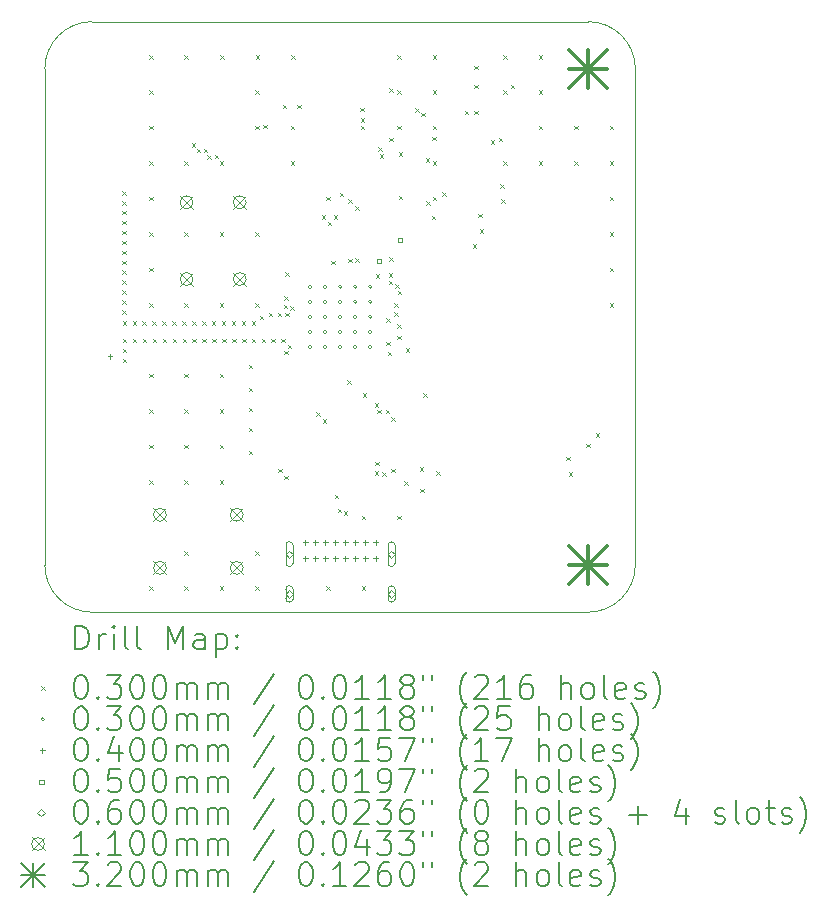
<source format=gbr>
%TF.GenerationSoftware,KiCad,Pcbnew,8.0.7*%
%TF.CreationDate,2025-02-06T19:50:48+13:00*%
%TF.ProjectId,Housens-L,486f7573-656e-4732-9d4c-2e6b69636164,002*%
%TF.SameCoordinates,Original*%
%TF.FileFunction,Drillmap*%
%TF.FilePolarity,Positive*%
%FSLAX45Y45*%
G04 Gerber Fmt 4.5, Leading zero omitted, Abs format (unit mm)*
G04 Created by KiCad (PCBNEW 8.0.7) date 2025-02-06 19:50:48*
%MOMM*%
%LPD*%
G01*
G04 APERTURE LIST*
%ADD10C,0.050000*%
%ADD11C,0.200000*%
%ADD12C,0.100000*%
%ADD13C,0.110000*%
%ADD14C,0.320000*%
G04 APERTURE END LIST*
D10*
X6000000Y-12600000D02*
X6000000Y-8400000D01*
X6400000Y-13000000D02*
G75*
G02*
X6000000Y-12600000I0J400000D01*
G01*
X11000000Y-12600000D02*
G75*
G02*
X10600000Y-13000000I-400000J0D01*
G01*
X6400000Y-8000000D02*
X10600000Y-8000000D01*
X6000000Y-8400000D02*
G75*
G02*
X6400000Y-8000000I400000J0D01*
G01*
X10600000Y-13000000D02*
X6400000Y-13000000D01*
X10600000Y-8000000D02*
G75*
G02*
X11000000Y-8400000I0J-400000D01*
G01*
X11000000Y-8400000D02*
X11000000Y-12600000D01*
D11*
D12*
X6655000Y-9434722D02*
X6685000Y-9464722D01*
X6685000Y-9434722D02*
X6655000Y-9464722D01*
X6655000Y-9518750D02*
X6685000Y-9548750D01*
X6685000Y-9518750D02*
X6655000Y-9548750D01*
X6655000Y-9602778D02*
X6685000Y-9632778D01*
X6685000Y-9602778D02*
X6655000Y-9632778D01*
X6655000Y-9686806D02*
X6685000Y-9716806D01*
X6685000Y-9686806D02*
X6655000Y-9716806D01*
X6655000Y-9770833D02*
X6685000Y-9800833D01*
X6685000Y-9770833D02*
X6655000Y-9800833D01*
X6655000Y-9854861D02*
X6685000Y-9884861D01*
X6685000Y-9854861D02*
X6655000Y-9884861D01*
X6655000Y-9938889D02*
X6685000Y-9968889D01*
X6685000Y-9938889D02*
X6655000Y-9968889D01*
X6655000Y-10022917D02*
X6685000Y-10052917D01*
X6685000Y-10022917D02*
X6655000Y-10052917D01*
X6655000Y-10106945D02*
X6685000Y-10136945D01*
X6685000Y-10106945D02*
X6655000Y-10136945D01*
X6655000Y-10190972D02*
X6685000Y-10220972D01*
X6685000Y-10190972D02*
X6655000Y-10220972D01*
X6655000Y-10275000D02*
X6685000Y-10305000D01*
X6685000Y-10275000D02*
X6655000Y-10305000D01*
X6655000Y-10359028D02*
X6685000Y-10389028D01*
X6685000Y-10359028D02*
X6655000Y-10389028D01*
X6655000Y-10443056D02*
X6685000Y-10473056D01*
X6685000Y-10443056D02*
X6655000Y-10473056D01*
X6658889Y-10535000D02*
X6688889Y-10565000D01*
X6688889Y-10535000D02*
X6658889Y-10565000D01*
X6660000Y-10685000D02*
X6690000Y-10715000D01*
X6690000Y-10685000D02*
X6660000Y-10715000D01*
X6660000Y-10770000D02*
X6690000Y-10800000D01*
X6690000Y-10770000D02*
X6660000Y-10800000D01*
X6660000Y-10854028D02*
X6690000Y-10884028D01*
X6690000Y-10854028D02*
X6660000Y-10884028D01*
X6742917Y-10535000D02*
X6772917Y-10565000D01*
X6772917Y-10535000D02*
X6742917Y-10565000D01*
X6745833Y-10685000D02*
X6775833Y-10715000D01*
X6775833Y-10685000D02*
X6745833Y-10715000D01*
X6826944Y-10535000D02*
X6856944Y-10565000D01*
X6856944Y-10535000D02*
X6826944Y-10565000D01*
X6829861Y-10685000D02*
X6859861Y-10715000D01*
X6859861Y-10685000D02*
X6829861Y-10715000D01*
X6882415Y-8582132D02*
X6912415Y-8612132D01*
X6912415Y-8582132D02*
X6882415Y-8612132D01*
X6882500Y-8282500D02*
X6912500Y-8312500D01*
X6912500Y-8282500D02*
X6882500Y-8312500D01*
X6882500Y-8882500D02*
X6912500Y-8912500D01*
X6912500Y-8882500D02*
X6882500Y-8912500D01*
X6882500Y-9182500D02*
X6912500Y-9212500D01*
X6912500Y-9182500D02*
X6882500Y-9212500D01*
X6882500Y-9482500D02*
X6912500Y-9512500D01*
X6912500Y-9482500D02*
X6882500Y-9512500D01*
X6882500Y-9782500D02*
X6912500Y-9812500D01*
X6912500Y-9782500D02*
X6882500Y-9812500D01*
X6882500Y-10082500D02*
X6912500Y-10112500D01*
X6912500Y-10082500D02*
X6882500Y-10112500D01*
X6882500Y-10382500D02*
X6912500Y-10412500D01*
X6912500Y-10382500D02*
X6882500Y-10412500D01*
X6882500Y-10982500D02*
X6912500Y-11012500D01*
X6912500Y-10982500D02*
X6882500Y-11012500D01*
X6882500Y-11282500D02*
X6912500Y-11312500D01*
X6912500Y-11282500D02*
X6882500Y-11312500D01*
X6882500Y-11582500D02*
X6912500Y-11612500D01*
X6912500Y-11582500D02*
X6882500Y-11612500D01*
X6882500Y-11882500D02*
X6912500Y-11912500D01*
X6912500Y-11882500D02*
X6882500Y-11912500D01*
X6882500Y-12782500D02*
X6912500Y-12812500D01*
X6912500Y-12782500D02*
X6882500Y-12812500D01*
X6910972Y-10535000D02*
X6940972Y-10565000D01*
X6940972Y-10535000D02*
X6910972Y-10565000D01*
X6913889Y-10685000D02*
X6943889Y-10715000D01*
X6943889Y-10685000D02*
X6913889Y-10715000D01*
X6995000Y-10535000D02*
X7025000Y-10565000D01*
X7025000Y-10535000D02*
X6995000Y-10565000D01*
X6997917Y-10685000D02*
X7027917Y-10715000D01*
X7027917Y-10685000D02*
X6997917Y-10715000D01*
X7079028Y-10535000D02*
X7109028Y-10565000D01*
X7109028Y-10535000D02*
X7079028Y-10565000D01*
X7081944Y-10685000D02*
X7111944Y-10715000D01*
X7111944Y-10685000D02*
X7081944Y-10715000D01*
X7163056Y-10535000D02*
X7193056Y-10565000D01*
X7193056Y-10535000D02*
X7163056Y-10565000D01*
X7165833Y-10685000D02*
X7195833Y-10715000D01*
X7195833Y-10685000D02*
X7165833Y-10715000D01*
X7182500Y-8282500D02*
X7212500Y-8312500D01*
X7212500Y-8282500D02*
X7182500Y-8312500D01*
X7182500Y-9182500D02*
X7212500Y-9212500D01*
X7212500Y-9182500D02*
X7182500Y-9212500D01*
X7182500Y-9782500D02*
X7212500Y-9812500D01*
X7212500Y-9782500D02*
X7182500Y-9812500D01*
X7182500Y-10382500D02*
X7212500Y-10412500D01*
X7212500Y-10382500D02*
X7182500Y-10412500D01*
X7182500Y-10982500D02*
X7212500Y-11012500D01*
X7212500Y-10982500D02*
X7182500Y-11012500D01*
X7182500Y-11282500D02*
X7212500Y-11312500D01*
X7212500Y-11282500D02*
X7182500Y-11312500D01*
X7182500Y-11582500D02*
X7212500Y-11612500D01*
X7212500Y-11582500D02*
X7182500Y-11612500D01*
X7182500Y-11882500D02*
X7212500Y-11912500D01*
X7212500Y-11882500D02*
X7182500Y-11912500D01*
X7182500Y-12482500D02*
X7212500Y-12512500D01*
X7212500Y-12482500D02*
X7182500Y-12512500D01*
X7182500Y-12782500D02*
X7212500Y-12812500D01*
X7212500Y-12782500D02*
X7182500Y-12812500D01*
X7245000Y-9030000D02*
X7275000Y-9060000D01*
X7275000Y-9030000D02*
X7245000Y-9060000D01*
X7247083Y-10535000D02*
X7277083Y-10565000D01*
X7277083Y-10535000D02*
X7247083Y-10565000D01*
X7250000Y-10685000D02*
X7280000Y-10715000D01*
X7280000Y-10685000D02*
X7250000Y-10715000D01*
X7285000Y-9075000D02*
X7315000Y-9105000D01*
X7315000Y-9075000D02*
X7285000Y-9105000D01*
X7331111Y-10535000D02*
X7361111Y-10565000D01*
X7361111Y-10535000D02*
X7331111Y-10565000D01*
X7333889Y-10685000D02*
X7363889Y-10715000D01*
X7363889Y-10685000D02*
X7333889Y-10715000D01*
X7345000Y-9077292D02*
X7375000Y-9107292D01*
X7375000Y-9077292D02*
X7345000Y-9107292D01*
X7374079Y-9132082D02*
X7404079Y-9162082D01*
X7404079Y-9132082D02*
X7374079Y-9162082D01*
X7415139Y-10535000D02*
X7445139Y-10565000D01*
X7445139Y-10535000D02*
X7415139Y-10565000D01*
X7417917Y-10685000D02*
X7447917Y-10715000D01*
X7447917Y-10685000D02*
X7417917Y-10715000D01*
X7440000Y-9127292D02*
X7470000Y-9157292D01*
X7470000Y-9127292D02*
X7440000Y-9157292D01*
X7482500Y-9182500D02*
X7512500Y-9212500D01*
X7512500Y-9182500D02*
X7482500Y-9212500D01*
X7482500Y-9782500D02*
X7512500Y-9812500D01*
X7512500Y-9782500D02*
X7482500Y-9812500D01*
X7482500Y-10382500D02*
X7512500Y-10412500D01*
X7512500Y-10382500D02*
X7482500Y-10412500D01*
X7482500Y-10982500D02*
X7512500Y-11012500D01*
X7512500Y-10982500D02*
X7482500Y-11012500D01*
X7482500Y-11282500D02*
X7512500Y-11312500D01*
X7512500Y-11282500D02*
X7482500Y-11312500D01*
X7482500Y-11582500D02*
X7512500Y-11612500D01*
X7512500Y-11582500D02*
X7482500Y-11612500D01*
X7482500Y-11882500D02*
X7512500Y-11912500D01*
X7512500Y-11882500D02*
X7482500Y-11912500D01*
X7482500Y-12782500D02*
X7512500Y-12812500D01*
X7512500Y-12782500D02*
X7482500Y-12812500D01*
X7485000Y-8285000D02*
X7515000Y-8315000D01*
X7515000Y-8285000D02*
X7485000Y-8315000D01*
X7499167Y-10535000D02*
X7529167Y-10565000D01*
X7529167Y-10535000D02*
X7499167Y-10565000D01*
X7501944Y-10685000D02*
X7531944Y-10715000D01*
X7531944Y-10685000D02*
X7501944Y-10715000D01*
X7583194Y-10535000D02*
X7613194Y-10565000D01*
X7613194Y-10535000D02*
X7583194Y-10565000D01*
X7585972Y-10685000D02*
X7615972Y-10715000D01*
X7615972Y-10685000D02*
X7585972Y-10715000D01*
X7667222Y-10535000D02*
X7697222Y-10565000D01*
X7697222Y-10535000D02*
X7667222Y-10565000D01*
X7670000Y-10685000D02*
X7700000Y-10715000D01*
X7700000Y-10685000D02*
X7670000Y-10715000D01*
X7725000Y-10905000D02*
X7755000Y-10935000D01*
X7755000Y-10905000D02*
X7725000Y-10935000D01*
X7725000Y-11100000D02*
X7755000Y-11130000D01*
X7755000Y-11100000D02*
X7725000Y-11130000D01*
X7725000Y-11270000D02*
X7755000Y-11300000D01*
X7755000Y-11270000D02*
X7725000Y-11300000D01*
X7725000Y-11440000D02*
X7755000Y-11470000D01*
X7755000Y-11440000D02*
X7725000Y-11470000D01*
X7725000Y-11635000D02*
X7755000Y-11665000D01*
X7755000Y-11635000D02*
X7725000Y-11665000D01*
X7751250Y-10535000D02*
X7781250Y-10565000D01*
X7781250Y-10535000D02*
X7751250Y-10565000D01*
X7751250Y-10685000D02*
X7781250Y-10715000D01*
X7781250Y-10685000D02*
X7751250Y-10715000D01*
X7782500Y-8582500D02*
X7812500Y-8612500D01*
X7812500Y-8582500D02*
X7782500Y-8612500D01*
X7782500Y-8882500D02*
X7812500Y-8912500D01*
X7812500Y-8882500D02*
X7782500Y-8912500D01*
X7782500Y-9782500D02*
X7812500Y-9812500D01*
X7812500Y-9782500D02*
X7782500Y-9812500D01*
X7782500Y-10382500D02*
X7812500Y-10412500D01*
X7812500Y-10382500D02*
X7782500Y-10412500D01*
X7782500Y-12482500D02*
X7812500Y-12512500D01*
X7812500Y-12482500D02*
X7782500Y-12512500D01*
X7782500Y-12782500D02*
X7812500Y-12812500D01*
X7812500Y-12782500D02*
X7782500Y-12812500D01*
X7785000Y-8285000D02*
X7815000Y-8315000D01*
X7815000Y-8285000D02*
X7785000Y-8315000D01*
X7820000Y-10490000D02*
X7850000Y-10520000D01*
X7850000Y-10490000D02*
X7820000Y-10520000D01*
X7835278Y-10685000D02*
X7865278Y-10715000D01*
X7865278Y-10685000D02*
X7835278Y-10715000D01*
X7848891Y-8871109D02*
X7878891Y-8901109D01*
X7878891Y-8871109D02*
X7848891Y-8901109D01*
X7895000Y-10465000D02*
X7925000Y-10495000D01*
X7925000Y-10465000D02*
X7895000Y-10495000D01*
X7919306Y-10685000D02*
X7949306Y-10715000D01*
X7949306Y-10685000D02*
X7919306Y-10715000D01*
X7972500Y-10465000D02*
X8002500Y-10495000D01*
X8002500Y-10465000D02*
X7972500Y-10495000D01*
X7975000Y-11785000D02*
X8005000Y-11815000D01*
X8005000Y-11785000D02*
X7975000Y-11815000D01*
X8003333Y-10685000D02*
X8033333Y-10715000D01*
X8033333Y-10685000D02*
X8003333Y-10715000D01*
X8015000Y-8705000D02*
X8045000Y-8735000D01*
X8045000Y-8705000D02*
X8015000Y-8735000D01*
X8021801Y-10395410D02*
X8051801Y-10425410D01*
X8051801Y-10395410D02*
X8021801Y-10425410D01*
X8025000Y-10325000D02*
X8055000Y-10355000D01*
X8055000Y-10325000D02*
X8025000Y-10355000D01*
X8025000Y-10785000D02*
X8055000Y-10815000D01*
X8055000Y-10785000D02*
X8025000Y-10815000D01*
X8025000Y-11845000D02*
X8055000Y-11875000D01*
X8055000Y-11845000D02*
X8025000Y-11875000D01*
X8035000Y-10121614D02*
X8065000Y-10151614D01*
X8065000Y-10121614D02*
X8035000Y-10151614D01*
X8035000Y-10465000D02*
X8065000Y-10495000D01*
X8065000Y-10465000D02*
X8035000Y-10495000D01*
X8055000Y-10735000D02*
X8085000Y-10765000D01*
X8085000Y-10735000D02*
X8055000Y-10765000D01*
X8080000Y-10410000D02*
X8110000Y-10440000D01*
X8110000Y-10410000D02*
X8080000Y-10440000D01*
X8082500Y-8882500D02*
X8112500Y-8912500D01*
X8112500Y-8882500D02*
X8082500Y-8912500D01*
X8082500Y-9182500D02*
X8112500Y-9212500D01*
X8112500Y-9182500D02*
X8082500Y-9212500D01*
X8085000Y-8285000D02*
X8115000Y-8315000D01*
X8115000Y-8285000D02*
X8085000Y-8315000D01*
X8135000Y-8705000D02*
X8165000Y-8735000D01*
X8165000Y-8705000D02*
X8135000Y-8735000D01*
X8296250Y-11307500D02*
X8326250Y-11337500D01*
X8326250Y-11307500D02*
X8296250Y-11337500D01*
X8344320Y-9640000D02*
X8374320Y-9670000D01*
X8374320Y-9640000D02*
X8344320Y-9670000D01*
X8355000Y-11365000D02*
X8385000Y-11395000D01*
X8385000Y-11365000D02*
X8355000Y-11395000D01*
X8382500Y-9482500D02*
X8412500Y-9512500D01*
X8412500Y-9482500D02*
X8382500Y-9512500D01*
X8382500Y-12782500D02*
X8412500Y-12812500D01*
X8412500Y-12782500D02*
X8382500Y-12812500D01*
X8395000Y-9695000D02*
X8425000Y-9725000D01*
X8425000Y-9695000D02*
X8395000Y-9725000D01*
X8425000Y-10025000D02*
X8455000Y-10055000D01*
X8455000Y-10025000D02*
X8425000Y-10055000D01*
X8445000Y-9640000D02*
X8475000Y-9670000D01*
X8475000Y-9640000D02*
X8445000Y-9670000D01*
X8455000Y-12005000D02*
X8485000Y-12035000D01*
X8485000Y-12005000D02*
X8455000Y-12035000D01*
X8480000Y-12125000D02*
X8510000Y-12155000D01*
X8510000Y-12125000D02*
X8480000Y-12155000D01*
X8497929Y-9448640D02*
X8527929Y-9478640D01*
X8527929Y-9448640D02*
X8497929Y-9478640D01*
X8530260Y-12147338D02*
X8560260Y-12177338D01*
X8560260Y-12147338D02*
X8530260Y-12177338D01*
X8560000Y-11035000D02*
X8590000Y-11065000D01*
X8590000Y-11035000D02*
X8560000Y-11065000D01*
X8567068Y-9505000D02*
X8597068Y-9535000D01*
X8597068Y-9505000D02*
X8567068Y-9535000D01*
X8567068Y-10007068D02*
X8597068Y-10037068D01*
X8597068Y-10007068D02*
X8567068Y-10037068D01*
X8627032Y-9565000D02*
X8657032Y-9595000D01*
X8657032Y-9565000D02*
X8627032Y-9595000D01*
X8627032Y-10004979D02*
X8657032Y-10034979D01*
X8657032Y-10004979D02*
X8627032Y-10034979D01*
X8670000Y-8730000D02*
X8700000Y-8760000D01*
X8700000Y-8730000D02*
X8670000Y-8760000D01*
X8675000Y-8817500D02*
X8705000Y-8847500D01*
X8705000Y-8817500D02*
X8675000Y-8847500D01*
X8675000Y-8882500D02*
X8705000Y-8912500D01*
X8705000Y-8882500D02*
X8675000Y-8912500D01*
X8682500Y-12182500D02*
X8712500Y-12212500D01*
X8712500Y-12182500D02*
X8682500Y-12212500D01*
X8682500Y-12782500D02*
X8712500Y-12812500D01*
X8712500Y-12782500D02*
X8682500Y-12812500D01*
X8692500Y-11147500D02*
X8722500Y-11177500D01*
X8722500Y-11147500D02*
X8692500Y-11177500D01*
X8795000Y-11230000D02*
X8825000Y-11260000D01*
X8825000Y-11230000D02*
X8795000Y-11260000D01*
X8795000Y-11805000D02*
X8825000Y-11835000D01*
X8825000Y-11805000D02*
X8795000Y-11835000D01*
X8796993Y-11726993D02*
X8826993Y-11756993D01*
X8826993Y-11726993D02*
X8796993Y-11756993D01*
X8800000Y-10139000D02*
X8830000Y-10169000D01*
X8830000Y-10139000D02*
X8800000Y-10169000D01*
X8815000Y-11285000D02*
X8845000Y-11315000D01*
X8845000Y-11285000D02*
X8815000Y-11315000D01*
X8825000Y-9065000D02*
X8855000Y-9095000D01*
X8855000Y-9065000D02*
X8825000Y-9095000D01*
X8835733Y-9124033D02*
X8865733Y-9154033D01*
X8865733Y-9124033D02*
X8835733Y-9154033D01*
X8855000Y-11815000D02*
X8885000Y-11845000D01*
X8885000Y-11815000D02*
X8855000Y-11845000D01*
X8885000Y-11285000D02*
X8915000Y-11315000D01*
X8915000Y-11285000D02*
X8885000Y-11315000D01*
X8890000Y-10510000D02*
X8920000Y-10540000D01*
X8920000Y-10510000D02*
X8890000Y-10540000D01*
X8891250Y-10710000D02*
X8921250Y-10740000D01*
X8921250Y-10710000D02*
X8891250Y-10740000D01*
X8905000Y-10795000D02*
X8935000Y-10825000D01*
X8935000Y-10795000D02*
X8905000Y-10825000D01*
X8911183Y-10192626D02*
X8941183Y-10222626D01*
X8941183Y-10192626D02*
X8911183Y-10222626D01*
X8911391Y-10131391D02*
X8941391Y-10161391D01*
X8941391Y-10131391D02*
X8911391Y-10161391D01*
X8915000Y-8565000D02*
X8945000Y-8595000D01*
X8945000Y-8565000D02*
X8915000Y-8595000D01*
X8915000Y-8985000D02*
X8945000Y-9015000D01*
X8945000Y-8985000D02*
X8915000Y-9015000D01*
X8915000Y-9995000D02*
X8945000Y-10025000D01*
X8945000Y-9995000D02*
X8915000Y-10025000D01*
X8933750Y-11785000D02*
X8963750Y-11815000D01*
X8963750Y-11785000D02*
X8933750Y-11815000D01*
X8935000Y-11350000D02*
X8965000Y-11380000D01*
X8965000Y-11350000D02*
X8935000Y-11380000D01*
X8959038Y-10458683D02*
X8989038Y-10488683D01*
X8989038Y-10458683D02*
X8959038Y-10488683D01*
X8960342Y-10384452D02*
X8990342Y-10414452D01*
X8990342Y-10384452D02*
X8960342Y-10414452D01*
X8965254Y-10225254D02*
X8995254Y-10255254D01*
X8995254Y-10225254D02*
X8965254Y-10255254D01*
X8982500Y-8282500D02*
X9012500Y-8312500D01*
X9012500Y-8282500D02*
X8982500Y-8312500D01*
X8982500Y-8582500D02*
X9012500Y-8612500D01*
X9012500Y-8582500D02*
X8982500Y-8612500D01*
X8982500Y-8882500D02*
X9012500Y-8912500D01*
X9012500Y-8882500D02*
X8982500Y-8912500D01*
X8982500Y-12182500D02*
X9012500Y-12212500D01*
X9012500Y-12182500D02*
X8982500Y-12212500D01*
X8983750Y-10660000D02*
X9013750Y-10690000D01*
X9013750Y-10660000D02*
X8983750Y-10690000D01*
X8985000Y-10560000D02*
X9015000Y-10590000D01*
X9015000Y-10560000D02*
X8985000Y-10590000D01*
X8990000Y-10280000D02*
X9020000Y-10310000D01*
X9020000Y-10280000D02*
X8990000Y-10310000D01*
X8995000Y-9105000D02*
X9025000Y-9135000D01*
X9025000Y-9105000D02*
X8995000Y-9135000D01*
X8995000Y-9475000D02*
X9025000Y-9505000D01*
X9025000Y-9475000D02*
X8995000Y-9505000D01*
X9042678Y-11893388D02*
X9072678Y-11923388D01*
X9072678Y-11893388D02*
X9042678Y-11923388D01*
X9055000Y-10765000D02*
X9085000Y-10795000D01*
X9085000Y-10765000D02*
X9055000Y-10795000D01*
X9135000Y-8735000D02*
X9165000Y-8765000D01*
X9165000Y-8735000D02*
X9135000Y-8765000D01*
X9175000Y-11775000D02*
X9205000Y-11805000D01*
X9205000Y-11775000D02*
X9175000Y-11805000D01*
X9180000Y-11955000D02*
X9210000Y-11985000D01*
X9210000Y-11955000D02*
X9180000Y-11985000D01*
X9185000Y-8770000D02*
X9215000Y-8800000D01*
X9215000Y-8770000D02*
X9185000Y-8800000D01*
X9205000Y-11147500D02*
X9235000Y-11177500D01*
X9235000Y-11147500D02*
X9205000Y-11177500D01*
X9223861Y-9154455D02*
X9253861Y-9184455D01*
X9253861Y-9154455D02*
X9223861Y-9184455D01*
X9228540Y-9518740D02*
X9258540Y-9548740D01*
X9258540Y-9518740D02*
X9228540Y-9548740D01*
X9275000Y-9644289D02*
X9305000Y-9674289D01*
X9305000Y-9644289D02*
X9275000Y-9674289D01*
X9281250Y-8976250D02*
X9311250Y-9006250D01*
X9311250Y-8976250D02*
X9281250Y-9006250D01*
X9282500Y-8282500D02*
X9312500Y-8312500D01*
X9312500Y-8282500D02*
X9282500Y-8312500D01*
X9282500Y-8582500D02*
X9312500Y-8612500D01*
X9312500Y-8582500D02*
X9282500Y-8612500D01*
X9282500Y-8882500D02*
X9312500Y-8912500D01*
X9312500Y-8882500D02*
X9282500Y-8912500D01*
X9282500Y-9182500D02*
X9312500Y-9212500D01*
X9312500Y-9182500D02*
X9282500Y-9212500D01*
X9282500Y-9482500D02*
X9312500Y-9512500D01*
X9312500Y-9482500D02*
X9282500Y-9512500D01*
X9315000Y-11805000D02*
X9345000Y-11835000D01*
X9345000Y-11805000D02*
X9315000Y-11835000D01*
X9365000Y-9445000D02*
X9395000Y-9475000D01*
X9395000Y-9445000D02*
X9365000Y-9475000D01*
X9555000Y-8755000D02*
X9585000Y-8785000D01*
X9585000Y-8755000D02*
X9555000Y-8785000D01*
X9625000Y-9885000D02*
X9655000Y-9915000D01*
X9655000Y-9885000D02*
X9625000Y-9915000D01*
X9635000Y-8375000D02*
X9665000Y-8405000D01*
X9665000Y-8375000D02*
X9635000Y-8405000D01*
X9635000Y-8535000D02*
X9665000Y-8565000D01*
X9665000Y-8535000D02*
X9635000Y-8565000D01*
X9635000Y-8755000D02*
X9665000Y-8785000D01*
X9665000Y-8755000D02*
X9635000Y-8785000D01*
X9671645Y-9627645D02*
X9701645Y-9657645D01*
X9701645Y-9627645D02*
X9671645Y-9657645D01*
X9682000Y-9758711D02*
X9712000Y-9788711D01*
X9712000Y-9758711D02*
X9682000Y-9788711D01*
X9775000Y-9005000D02*
X9805000Y-9035000D01*
X9805000Y-9005000D02*
X9775000Y-9035000D01*
X9845000Y-8985000D02*
X9875000Y-9015000D01*
X9875000Y-8985000D02*
X9845000Y-9015000D01*
X9855000Y-9377000D02*
X9885000Y-9407000D01*
X9885000Y-9377000D02*
X9855000Y-9407000D01*
X9865000Y-9504000D02*
X9895000Y-9534000D01*
X9895000Y-9504000D02*
X9865000Y-9534000D01*
X9882500Y-8282500D02*
X9912500Y-8312500D01*
X9912500Y-8282500D02*
X9882500Y-8312500D01*
X9882500Y-8582500D02*
X9912500Y-8612500D01*
X9912500Y-8582500D02*
X9882500Y-8612500D01*
X9882500Y-9182500D02*
X9912500Y-9212500D01*
X9912500Y-9182500D02*
X9882500Y-9212500D01*
X9945000Y-8535000D02*
X9975000Y-8565000D01*
X9975000Y-8535000D02*
X9945000Y-8565000D01*
X10182500Y-8282500D02*
X10212500Y-8312500D01*
X10212500Y-8282500D02*
X10182500Y-8312500D01*
X10182500Y-8582500D02*
X10212500Y-8612500D01*
X10212500Y-8582500D02*
X10182500Y-8612500D01*
X10182500Y-8882500D02*
X10212500Y-8912500D01*
X10212500Y-8882500D02*
X10182500Y-8912500D01*
X10182500Y-9182500D02*
X10212500Y-9212500D01*
X10212500Y-9182500D02*
X10182500Y-9212500D01*
X10415000Y-11685000D02*
X10445000Y-11715000D01*
X10445000Y-11685000D02*
X10415000Y-11715000D01*
X10435000Y-11815000D02*
X10465000Y-11845000D01*
X10465000Y-11815000D02*
X10435000Y-11845000D01*
X10482500Y-8882500D02*
X10512500Y-8912500D01*
X10512500Y-8882500D02*
X10482500Y-8912500D01*
X10482500Y-9182500D02*
X10512500Y-9212500D01*
X10512500Y-9182500D02*
X10482500Y-9212500D01*
X10585000Y-11575000D02*
X10615000Y-11605000D01*
X10615000Y-11575000D02*
X10585000Y-11605000D01*
X10665000Y-11485000D02*
X10695000Y-11515000D01*
X10695000Y-11485000D02*
X10665000Y-11515000D01*
X10782500Y-8882500D02*
X10812500Y-8912500D01*
X10812500Y-8882500D02*
X10782500Y-8912500D01*
X10782500Y-9182500D02*
X10812500Y-9212500D01*
X10812500Y-9182500D02*
X10782500Y-9212500D01*
X10782500Y-9482500D02*
X10812500Y-9512500D01*
X10812500Y-9482500D02*
X10782500Y-9512500D01*
X10782500Y-9782500D02*
X10812500Y-9812500D01*
X10812500Y-9782500D02*
X10782500Y-9812500D01*
X10782500Y-10082500D02*
X10812500Y-10112500D01*
X10812500Y-10082500D02*
X10782500Y-10112500D01*
X10782500Y-10382500D02*
X10812500Y-10412500D01*
X10812500Y-10382500D02*
X10782500Y-10412500D01*
X8260000Y-10245000D02*
G75*
G02*
X8230000Y-10245000I-15000J0D01*
G01*
X8230000Y-10245000D02*
G75*
G02*
X8260000Y-10245000I15000J0D01*
G01*
X8260000Y-10372500D02*
G75*
G02*
X8230000Y-10372500I-15000J0D01*
G01*
X8230000Y-10372500D02*
G75*
G02*
X8260000Y-10372500I15000J0D01*
G01*
X8260000Y-10500000D02*
G75*
G02*
X8230000Y-10500000I-15000J0D01*
G01*
X8230000Y-10500000D02*
G75*
G02*
X8260000Y-10500000I15000J0D01*
G01*
X8260000Y-10627500D02*
G75*
G02*
X8230000Y-10627500I-15000J0D01*
G01*
X8230000Y-10627500D02*
G75*
G02*
X8260000Y-10627500I15000J0D01*
G01*
X8260000Y-10755000D02*
G75*
G02*
X8230000Y-10755000I-15000J0D01*
G01*
X8230000Y-10755000D02*
G75*
G02*
X8260000Y-10755000I15000J0D01*
G01*
X8387500Y-10245000D02*
G75*
G02*
X8357500Y-10245000I-15000J0D01*
G01*
X8357500Y-10245000D02*
G75*
G02*
X8387500Y-10245000I15000J0D01*
G01*
X8387500Y-10372500D02*
G75*
G02*
X8357500Y-10372500I-15000J0D01*
G01*
X8357500Y-10372500D02*
G75*
G02*
X8387500Y-10372500I15000J0D01*
G01*
X8387500Y-10500000D02*
G75*
G02*
X8357500Y-10500000I-15000J0D01*
G01*
X8357500Y-10500000D02*
G75*
G02*
X8387500Y-10500000I15000J0D01*
G01*
X8387500Y-10627500D02*
G75*
G02*
X8357500Y-10627500I-15000J0D01*
G01*
X8357500Y-10627500D02*
G75*
G02*
X8387500Y-10627500I15000J0D01*
G01*
X8387500Y-10755000D02*
G75*
G02*
X8357500Y-10755000I-15000J0D01*
G01*
X8357500Y-10755000D02*
G75*
G02*
X8387500Y-10755000I15000J0D01*
G01*
X8515000Y-10245000D02*
G75*
G02*
X8485000Y-10245000I-15000J0D01*
G01*
X8485000Y-10245000D02*
G75*
G02*
X8515000Y-10245000I15000J0D01*
G01*
X8515000Y-10372500D02*
G75*
G02*
X8485000Y-10372500I-15000J0D01*
G01*
X8485000Y-10372500D02*
G75*
G02*
X8515000Y-10372500I15000J0D01*
G01*
X8515000Y-10500000D02*
G75*
G02*
X8485000Y-10500000I-15000J0D01*
G01*
X8485000Y-10500000D02*
G75*
G02*
X8515000Y-10500000I15000J0D01*
G01*
X8515000Y-10627500D02*
G75*
G02*
X8485000Y-10627500I-15000J0D01*
G01*
X8485000Y-10627500D02*
G75*
G02*
X8515000Y-10627500I15000J0D01*
G01*
X8515000Y-10755000D02*
G75*
G02*
X8485000Y-10755000I-15000J0D01*
G01*
X8485000Y-10755000D02*
G75*
G02*
X8515000Y-10755000I15000J0D01*
G01*
X8642500Y-10245000D02*
G75*
G02*
X8612500Y-10245000I-15000J0D01*
G01*
X8612500Y-10245000D02*
G75*
G02*
X8642500Y-10245000I15000J0D01*
G01*
X8642500Y-10372500D02*
G75*
G02*
X8612500Y-10372500I-15000J0D01*
G01*
X8612500Y-10372500D02*
G75*
G02*
X8642500Y-10372500I15000J0D01*
G01*
X8642500Y-10500000D02*
G75*
G02*
X8612500Y-10500000I-15000J0D01*
G01*
X8612500Y-10500000D02*
G75*
G02*
X8642500Y-10500000I15000J0D01*
G01*
X8642500Y-10627500D02*
G75*
G02*
X8612500Y-10627500I-15000J0D01*
G01*
X8612500Y-10627500D02*
G75*
G02*
X8642500Y-10627500I15000J0D01*
G01*
X8642500Y-10755000D02*
G75*
G02*
X8612500Y-10755000I-15000J0D01*
G01*
X8612500Y-10755000D02*
G75*
G02*
X8642500Y-10755000I15000J0D01*
G01*
X8770000Y-10245000D02*
G75*
G02*
X8740000Y-10245000I-15000J0D01*
G01*
X8740000Y-10245000D02*
G75*
G02*
X8770000Y-10245000I15000J0D01*
G01*
X8770000Y-10372500D02*
G75*
G02*
X8740000Y-10372500I-15000J0D01*
G01*
X8740000Y-10372500D02*
G75*
G02*
X8770000Y-10372500I15000J0D01*
G01*
X8770000Y-10500000D02*
G75*
G02*
X8740000Y-10500000I-15000J0D01*
G01*
X8740000Y-10500000D02*
G75*
G02*
X8770000Y-10500000I15000J0D01*
G01*
X8770000Y-10627500D02*
G75*
G02*
X8740000Y-10627500I-15000J0D01*
G01*
X8740000Y-10627500D02*
G75*
G02*
X8770000Y-10627500I15000J0D01*
G01*
X8770000Y-10755000D02*
G75*
G02*
X8740000Y-10755000I-15000J0D01*
G01*
X8740000Y-10755000D02*
G75*
G02*
X8770000Y-10755000I15000J0D01*
G01*
X6552500Y-10815000D02*
X6552500Y-10855000D01*
X6532500Y-10835000D02*
X6572500Y-10835000D01*
X8205000Y-12390000D02*
X8205000Y-12430000D01*
X8185000Y-12410000D02*
X8225000Y-12410000D01*
X8205000Y-12525000D02*
X8205000Y-12565000D01*
X8185000Y-12545000D02*
X8225000Y-12545000D01*
X8290000Y-12390000D02*
X8290000Y-12430000D01*
X8270000Y-12410000D02*
X8310000Y-12410000D01*
X8290000Y-12525000D02*
X8290000Y-12565000D01*
X8270000Y-12545000D02*
X8310000Y-12545000D01*
X8375000Y-12390000D02*
X8375000Y-12430000D01*
X8355000Y-12410000D02*
X8395000Y-12410000D01*
X8375000Y-12525000D02*
X8375000Y-12565000D01*
X8355000Y-12545000D02*
X8395000Y-12545000D01*
X8460000Y-12390000D02*
X8460000Y-12430000D01*
X8440000Y-12410000D02*
X8480000Y-12410000D01*
X8460000Y-12525000D02*
X8460000Y-12565000D01*
X8440000Y-12545000D02*
X8480000Y-12545000D01*
X8545000Y-12390000D02*
X8545000Y-12430000D01*
X8525000Y-12410000D02*
X8565000Y-12410000D01*
X8545000Y-12525000D02*
X8545000Y-12565000D01*
X8525000Y-12545000D02*
X8565000Y-12545000D01*
X8630000Y-12390000D02*
X8630000Y-12430000D01*
X8610000Y-12410000D02*
X8650000Y-12410000D01*
X8630000Y-12525000D02*
X8630000Y-12565000D01*
X8610000Y-12545000D02*
X8650000Y-12545000D01*
X8715000Y-12390000D02*
X8715000Y-12430000D01*
X8695000Y-12410000D02*
X8735000Y-12410000D01*
X8715000Y-12525000D02*
X8715000Y-12565000D01*
X8695000Y-12545000D02*
X8735000Y-12545000D01*
X8800000Y-12390000D02*
X8800000Y-12430000D01*
X8780000Y-12410000D02*
X8820000Y-12410000D01*
X8800000Y-12525000D02*
X8800000Y-12565000D01*
X8780000Y-12545000D02*
X8820000Y-12545000D01*
X8847678Y-10047678D02*
X8847678Y-10012322D01*
X8812322Y-10012322D01*
X8812322Y-10047678D01*
X8847678Y-10047678D01*
X9027283Y-9868073D02*
X9027283Y-9832717D01*
X8991927Y-9832717D01*
X8991927Y-9868073D01*
X9027283Y-9868073D01*
X8070000Y-12538000D02*
X8100000Y-12508000D01*
X8070000Y-12478000D01*
X8040000Y-12508000D01*
X8070000Y-12538000D01*
X8040000Y-12433000D02*
X8040000Y-12583000D01*
X8100000Y-12583000D02*
G75*
G02*
X8040000Y-12583000I-30000J0D01*
G01*
X8100000Y-12583000D02*
X8100000Y-12433000D01*
X8100000Y-12433000D02*
G75*
G03*
X8040000Y-12433000I-30000J0D01*
G01*
X8070000Y-12876000D02*
X8100000Y-12846000D01*
X8070000Y-12816000D01*
X8040000Y-12846000D01*
X8070000Y-12876000D01*
X8040000Y-12806000D02*
X8040000Y-12886000D01*
X8100000Y-12886000D02*
G75*
G02*
X8040000Y-12886000I-30000J0D01*
G01*
X8100000Y-12886000D02*
X8100000Y-12806000D01*
X8100000Y-12806000D02*
G75*
G03*
X8040000Y-12806000I-30000J0D01*
G01*
X8935000Y-12538000D02*
X8965000Y-12508000D01*
X8935000Y-12478000D01*
X8905000Y-12508000D01*
X8935000Y-12538000D01*
X8905000Y-12433000D02*
X8905000Y-12583000D01*
X8965000Y-12583000D02*
G75*
G02*
X8905000Y-12583000I-30000J0D01*
G01*
X8965000Y-12583000D02*
X8965000Y-12433000D01*
X8965000Y-12433000D02*
G75*
G03*
X8905000Y-12433000I-30000J0D01*
G01*
X8935000Y-12876000D02*
X8965000Y-12846000D01*
X8935000Y-12816000D01*
X8905000Y-12846000D01*
X8935000Y-12876000D01*
X8905000Y-12806000D02*
X8905000Y-12886000D01*
X8965000Y-12886000D02*
G75*
G02*
X8905000Y-12886000I-30000J0D01*
G01*
X8965000Y-12886000D02*
X8965000Y-12806000D01*
X8965000Y-12806000D02*
G75*
G03*
X8905000Y-12806000I-30000J0D01*
G01*
D13*
X6920000Y-12120000D02*
X7030000Y-12230000D01*
X7030000Y-12120000D02*
X6920000Y-12230000D01*
X7030000Y-12175000D02*
G75*
G02*
X6920000Y-12175000I-55000J0D01*
G01*
X6920000Y-12175000D02*
G75*
G02*
X7030000Y-12175000I55000J0D01*
G01*
X6920000Y-12570000D02*
X7030000Y-12680000D01*
X7030000Y-12570000D02*
X6920000Y-12680000D01*
X7030000Y-12625000D02*
G75*
G02*
X6920000Y-12625000I-55000J0D01*
G01*
X6920000Y-12625000D02*
G75*
G02*
X7030000Y-12625000I55000J0D01*
G01*
X7145000Y-9475000D02*
X7255000Y-9585000D01*
X7255000Y-9475000D02*
X7145000Y-9585000D01*
X7255000Y-9530000D02*
G75*
G02*
X7145000Y-9530000I-55000J0D01*
G01*
X7145000Y-9530000D02*
G75*
G02*
X7255000Y-9530000I55000J0D01*
G01*
X7145000Y-10125000D02*
X7255000Y-10235000D01*
X7255000Y-10125000D02*
X7145000Y-10235000D01*
X7255000Y-10180000D02*
G75*
G02*
X7145000Y-10180000I-55000J0D01*
G01*
X7145000Y-10180000D02*
G75*
G02*
X7255000Y-10180000I55000J0D01*
G01*
X7570000Y-12120000D02*
X7680000Y-12230000D01*
X7680000Y-12120000D02*
X7570000Y-12230000D01*
X7680000Y-12175000D02*
G75*
G02*
X7570000Y-12175000I-55000J0D01*
G01*
X7570000Y-12175000D02*
G75*
G02*
X7680000Y-12175000I55000J0D01*
G01*
X7570000Y-12570000D02*
X7680000Y-12680000D01*
X7680000Y-12570000D02*
X7570000Y-12680000D01*
X7680000Y-12625000D02*
G75*
G02*
X7570000Y-12625000I-55000J0D01*
G01*
X7570000Y-12625000D02*
G75*
G02*
X7680000Y-12625000I55000J0D01*
G01*
X7595000Y-9475000D02*
X7705000Y-9585000D01*
X7705000Y-9475000D02*
X7595000Y-9585000D01*
X7705000Y-9530000D02*
G75*
G02*
X7595000Y-9530000I-55000J0D01*
G01*
X7595000Y-9530000D02*
G75*
G02*
X7705000Y-9530000I55000J0D01*
G01*
X7595000Y-10125000D02*
X7705000Y-10235000D01*
X7705000Y-10125000D02*
X7595000Y-10235000D01*
X7705000Y-10180000D02*
G75*
G02*
X7595000Y-10180000I-55000J0D01*
G01*
X7595000Y-10180000D02*
G75*
G02*
X7705000Y-10180000I55000J0D01*
G01*
D14*
X10440000Y-8240000D02*
X10760000Y-8560000D01*
X10760000Y-8240000D02*
X10440000Y-8560000D01*
X10600000Y-8240000D02*
X10600000Y-8560000D01*
X10440000Y-8400000D02*
X10760000Y-8400000D01*
X10440000Y-12440000D02*
X10760000Y-12760000D01*
X10760000Y-12440000D02*
X10440000Y-12760000D01*
X10600000Y-12440000D02*
X10600000Y-12760000D01*
X10440000Y-12600000D02*
X10760000Y-12600000D01*
D11*
X6258277Y-13313984D02*
X6258277Y-13113984D01*
X6258277Y-13113984D02*
X6305896Y-13113984D01*
X6305896Y-13113984D02*
X6334467Y-13123508D01*
X6334467Y-13123508D02*
X6353515Y-13142555D01*
X6353515Y-13142555D02*
X6363039Y-13161603D01*
X6363039Y-13161603D02*
X6372562Y-13199698D01*
X6372562Y-13199698D02*
X6372562Y-13228269D01*
X6372562Y-13228269D02*
X6363039Y-13266365D01*
X6363039Y-13266365D02*
X6353515Y-13285412D01*
X6353515Y-13285412D02*
X6334467Y-13304460D01*
X6334467Y-13304460D02*
X6305896Y-13313984D01*
X6305896Y-13313984D02*
X6258277Y-13313984D01*
X6458277Y-13313984D02*
X6458277Y-13180650D01*
X6458277Y-13218746D02*
X6467801Y-13199698D01*
X6467801Y-13199698D02*
X6477324Y-13190174D01*
X6477324Y-13190174D02*
X6496372Y-13180650D01*
X6496372Y-13180650D02*
X6515420Y-13180650D01*
X6582086Y-13313984D02*
X6582086Y-13180650D01*
X6582086Y-13113984D02*
X6572562Y-13123508D01*
X6572562Y-13123508D02*
X6582086Y-13133031D01*
X6582086Y-13133031D02*
X6591610Y-13123508D01*
X6591610Y-13123508D02*
X6582086Y-13113984D01*
X6582086Y-13113984D02*
X6582086Y-13133031D01*
X6705896Y-13313984D02*
X6686848Y-13304460D01*
X6686848Y-13304460D02*
X6677324Y-13285412D01*
X6677324Y-13285412D02*
X6677324Y-13113984D01*
X6810658Y-13313984D02*
X6791610Y-13304460D01*
X6791610Y-13304460D02*
X6782086Y-13285412D01*
X6782086Y-13285412D02*
X6782086Y-13113984D01*
X7039229Y-13313984D02*
X7039229Y-13113984D01*
X7039229Y-13113984D02*
X7105896Y-13256841D01*
X7105896Y-13256841D02*
X7172562Y-13113984D01*
X7172562Y-13113984D02*
X7172562Y-13313984D01*
X7353515Y-13313984D02*
X7353515Y-13209222D01*
X7353515Y-13209222D02*
X7343991Y-13190174D01*
X7343991Y-13190174D02*
X7324943Y-13180650D01*
X7324943Y-13180650D02*
X7286848Y-13180650D01*
X7286848Y-13180650D02*
X7267801Y-13190174D01*
X7353515Y-13304460D02*
X7334467Y-13313984D01*
X7334467Y-13313984D02*
X7286848Y-13313984D01*
X7286848Y-13313984D02*
X7267801Y-13304460D01*
X7267801Y-13304460D02*
X7258277Y-13285412D01*
X7258277Y-13285412D02*
X7258277Y-13266365D01*
X7258277Y-13266365D02*
X7267801Y-13247317D01*
X7267801Y-13247317D02*
X7286848Y-13237793D01*
X7286848Y-13237793D02*
X7334467Y-13237793D01*
X7334467Y-13237793D02*
X7353515Y-13228269D01*
X7448753Y-13180650D02*
X7448753Y-13380650D01*
X7448753Y-13190174D02*
X7467801Y-13180650D01*
X7467801Y-13180650D02*
X7505896Y-13180650D01*
X7505896Y-13180650D02*
X7524943Y-13190174D01*
X7524943Y-13190174D02*
X7534467Y-13199698D01*
X7534467Y-13199698D02*
X7543991Y-13218746D01*
X7543991Y-13218746D02*
X7543991Y-13275888D01*
X7543991Y-13275888D02*
X7534467Y-13294936D01*
X7534467Y-13294936D02*
X7524943Y-13304460D01*
X7524943Y-13304460D02*
X7505896Y-13313984D01*
X7505896Y-13313984D02*
X7467801Y-13313984D01*
X7467801Y-13313984D02*
X7448753Y-13304460D01*
X7629705Y-13294936D02*
X7639229Y-13304460D01*
X7639229Y-13304460D02*
X7629705Y-13313984D01*
X7629705Y-13313984D02*
X7620182Y-13304460D01*
X7620182Y-13304460D02*
X7629705Y-13294936D01*
X7629705Y-13294936D02*
X7629705Y-13313984D01*
X7629705Y-13190174D02*
X7639229Y-13199698D01*
X7639229Y-13199698D02*
X7629705Y-13209222D01*
X7629705Y-13209222D02*
X7620182Y-13199698D01*
X7620182Y-13199698D02*
X7629705Y-13190174D01*
X7629705Y-13190174D02*
X7629705Y-13209222D01*
D12*
X5967500Y-13627500D02*
X5997500Y-13657500D01*
X5997500Y-13627500D02*
X5967500Y-13657500D01*
D11*
X6296372Y-13533984D02*
X6315420Y-13533984D01*
X6315420Y-13533984D02*
X6334467Y-13543508D01*
X6334467Y-13543508D02*
X6343991Y-13553031D01*
X6343991Y-13553031D02*
X6353515Y-13572079D01*
X6353515Y-13572079D02*
X6363039Y-13610174D01*
X6363039Y-13610174D02*
X6363039Y-13657793D01*
X6363039Y-13657793D02*
X6353515Y-13695888D01*
X6353515Y-13695888D02*
X6343991Y-13714936D01*
X6343991Y-13714936D02*
X6334467Y-13724460D01*
X6334467Y-13724460D02*
X6315420Y-13733984D01*
X6315420Y-13733984D02*
X6296372Y-13733984D01*
X6296372Y-13733984D02*
X6277324Y-13724460D01*
X6277324Y-13724460D02*
X6267801Y-13714936D01*
X6267801Y-13714936D02*
X6258277Y-13695888D01*
X6258277Y-13695888D02*
X6248753Y-13657793D01*
X6248753Y-13657793D02*
X6248753Y-13610174D01*
X6248753Y-13610174D02*
X6258277Y-13572079D01*
X6258277Y-13572079D02*
X6267801Y-13553031D01*
X6267801Y-13553031D02*
X6277324Y-13543508D01*
X6277324Y-13543508D02*
X6296372Y-13533984D01*
X6448753Y-13714936D02*
X6458277Y-13724460D01*
X6458277Y-13724460D02*
X6448753Y-13733984D01*
X6448753Y-13733984D02*
X6439229Y-13724460D01*
X6439229Y-13724460D02*
X6448753Y-13714936D01*
X6448753Y-13714936D02*
X6448753Y-13733984D01*
X6524943Y-13533984D02*
X6648753Y-13533984D01*
X6648753Y-13533984D02*
X6582086Y-13610174D01*
X6582086Y-13610174D02*
X6610658Y-13610174D01*
X6610658Y-13610174D02*
X6629705Y-13619698D01*
X6629705Y-13619698D02*
X6639229Y-13629222D01*
X6639229Y-13629222D02*
X6648753Y-13648269D01*
X6648753Y-13648269D02*
X6648753Y-13695888D01*
X6648753Y-13695888D02*
X6639229Y-13714936D01*
X6639229Y-13714936D02*
X6629705Y-13724460D01*
X6629705Y-13724460D02*
X6610658Y-13733984D01*
X6610658Y-13733984D02*
X6553515Y-13733984D01*
X6553515Y-13733984D02*
X6534467Y-13724460D01*
X6534467Y-13724460D02*
X6524943Y-13714936D01*
X6772562Y-13533984D02*
X6791610Y-13533984D01*
X6791610Y-13533984D02*
X6810658Y-13543508D01*
X6810658Y-13543508D02*
X6820182Y-13553031D01*
X6820182Y-13553031D02*
X6829705Y-13572079D01*
X6829705Y-13572079D02*
X6839229Y-13610174D01*
X6839229Y-13610174D02*
X6839229Y-13657793D01*
X6839229Y-13657793D02*
X6829705Y-13695888D01*
X6829705Y-13695888D02*
X6820182Y-13714936D01*
X6820182Y-13714936D02*
X6810658Y-13724460D01*
X6810658Y-13724460D02*
X6791610Y-13733984D01*
X6791610Y-13733984D02*
X6772562Y-13733984D01*
X6772562Y-13733984D02*
X6753515Y-13724460D01*
X6753515Y-13724460D02*
X6743991Y-13714936D01*
X6743991Y-13714936D02*
X6734467Y-13695888D01*
X6734467Y-13695888D02*
X6724943Y-13657793D01*
X6724943Y-13657793D02*
X6724943Y-13610174D01*
X6724943Y-13610174D02*
X6734467Y-13572079D01*
X6734467Y-13572079D02*
X6743991Y-13553031D01*
X6743991Y-13553031D02*
X6753515Y-13543508D01*
X6753515Y-13543508D02*
X6772562Y-13533984D01*
X6963039Y-13533984D02*
X6982086Y-13533984D01*
X6982086Y-13533984D02*
X7001134Y-13543508D01*
X7001134Y-13543508D02*
X7010658Y-13553031D01*
X7010658Y-13553031D02*
X7020182Y-13572079D01*
X7020182Y-13572079D02*
X7029705Y-13610174D01*
X7029705Y-13610174D02*
X7029705Y-13657793D01*
X7029705Y-13657793D02*
X7020182Y-13695888D01*
X7020182Y-13695888D02*
X7010658Y-13714936D01*
X7010658Y-13714936D02*
X7001134Y-13724460D01*
X7001134Y-13724460D02*
X6982086Y-13733984D01*
X6982086Y-13733984D02*
X6963039Y-13733984D01*
X6963039Y-13733984D02*
X6943991Y-13724460D01*
X6943991Y-13724460D02*
X6934467Y-13714936D01*
X6934467Y-13714936D02*
X6924943Y-13695888D01*
X6924943Y-13695888D02*
X6915420Y-13657793D01*
X6915420Y-13657793D02*
X6915420Y-13610174D01*
X6915420Y-13610174D02*
X6924943Y-13572079D01*
X6924943Y-13572079D02*
X6934467Y-13553031D01*
X6934467Y-13553031D02*
X6943991Y-13543508D01*
X6943991Y-13543508D02*
X6963039Y-13533984D01*
X7115420Y-13733984D02*
X7115420Y-13600650D01*
X7115420Y-13619698D02*
X7124943Y-13610174D01*
X7124943Y-13610174D02*
X7143991Y-13600650D01*
X7143991Y-13600650D02*
X7172563Y-13600650D01*
X7172563Y-13600650D02*
X7191610Y-13610174D01*
X7191610Y-13610174D02*
X7201134Y-13629222D01*
X7201134Y-13629222D02*
X7201134Y-13733984D01*
X7201134Y-13629222D02*
X7210658Y-13610174D01*
X7210658Y-13610174D02*
X7229705Y-13600650D01*
X7229705Y-13600650D02*
X7258277Y-13600650D01*
X7258277Y-13600650D02*
X7277324Y-13610174D01*
X7277324Y-13610174D02*
X7286848Y-13629222D01*
X7286848Y-13629222D02*
X7286848Y-13733984D01*
X7382086Y-13733984D02*
X7382086Y-13600650D01*
X7382086Y-13619698D02*
X7391610Y-13610174D01*
X7391610Y-13610174D02*
X7410658Y-13600650D01*
X7410658Y-13600650D02*
X7439229Y-13600650D01*
X7439229Y-13600650D02*
X7458277Y-13610174D01*
X7458277Y-13610174D02*
X7467801Y-13629222D01*
X7467801Y-13629222D02*
X7467801Y-13733984D01*
X7467801Y-13629222D02*
X7477324Y-13610174D01*
X7477324Y-13610174D02*
X7496372Y-13600650D01*
X7496372Y-13600650D02*
X7524943Y-13600650D01*
X7524943Y-13600650D02*
X7543991Y-13610174D01*
X7543991Y-13610174D02*
X7553515Y-13629222D01*
X7553515Y-13629222D02*
X7553515Y-13733984D01*
X7943991Y-13524460D02*
X7772563Y-13781603D01*
X8201134Y-13533984D02*
X8220182Y-13533984D01*
X8220182Y-13533984D02*
X8239229Y-13543508D01*
X8239229Y-13543508D02*
X8248753Y-13553031D01*
X8248753Y-13553031D02*
X8258277Y-13572079D01*
X8258277Y-13572079D02*
X8267801Y-13610174D01*
X8267801Y-13610174D02*
X8267801Y-13657793D01*
X8267801Y-13657793D02*
X8258277Y-13695888D01*
X8258277Y-13695888D02*
X8248753Y-13714936D01*
X8248753Y-13714936D02*
X8239229Y-13724460D01*
X8239229Y-13724460D02*
X8220182Y-13733984D01*
X8220182Y-13733984D02*
X8201134Y-13733984D01*
X8201134Y-13733984D02*
X8182086Y-13724460D01*
X8182086Y-13724460D02*
X8172563Y-13714936D01*
X8172563Y-13714936D02*
X8163039Y-13695888D01*
X8163039Y-13695888D02*
X8153515Y-13657793D01*
X8153515Y-13657793D02*
X8153515Y-13610174D01*
X8153515Y-13610174D02*
X8163039Y-13572079D01*
X8163039Y-13572079D02*
X8172563Y-13553031D01*
X8172563Y-13553031D02*
X8182086Y-13543508D01*
X8182086Y-13543508D02*
X8201134Y-13533984D01*
X8353515Y-13714936D02*
X8363039Y-13724460D01*
X8363039Y-13724460D02*
X8353515Y-13733984D01*
X8353515Y-13733984D02*
X8343991Y-13724460D01*
X8343991Y-13724460D02*
X8353515Y-13714936D01*
X8353515Y-13714936D02*
X8353515Y-13733984D01*
X8486848Y-13533984D02*
X8505896Y-13533984D01*
X8505896Y-13533984D02*
X8524944Y-13543508D01*
X8524944Y-13543508D02*
X8534468Y-13553031D01*
X8534468Y-13553031D02*
X8543991Y-13572079D01*
X8543991Y-13572079D02*
X8553515Y-13610174D01*
X8553515Y-13610174D02*
X8553515Y-13657793D01*
X8553515Y-13657793D02*
X8543991Y-13695888D01*
X8543991Y-13695888D02*
X8534468Y-13714936D01*
X8534468Y-13714936D02*
X8524944Y-13724460D01*
X8524944Y-13724460D02*
X8505896Y-13733984D01*
X8505896Y-13733984D02*
X8486848Y-13733984D01*
X8486848Y-13733984D02*
X8467801Y-13724460D01*
X8467801Y-13724460D02*
X8458277Y-13714936D01*
X8458277Y-13714936D02*
X8448753Y-13695888D01*
X8448753Y-13695888D02*
X8439229Y-13657793D01*
X8439229Y-13657793D02*
X8439229Y-13610174D01*
X8439229Y-13610174D02*
X8448753Y-13572079D01*
X8448753Y-13572079D02*
X8458277Y-13553031D01*
X8458277Y-13553031D02*
X8467801Y-13543508D01*
X8467801Y-13543508D02*
X8486848Y-13533984D01*
X8743991Y-13733984D02*
X8629706Y-13733984D01*
X8686848Y-13733984D02*
X8686848Y-13533984D01*
X8686848Y-13533984D02*
X8667801Y-13562555D01*
X8667801Y-13562555D02*
X8648753Y-13581603D01*
X8648753Y-13581603D02*
X8629706Y-13591127D01*
X8934468Y-13733984D02*
X8820182Y-13733984D01*
X8877325Y-13733984D02*
X8877325Y-13533984D01*
X8877325Y-13533984D02*
X8858277Y-13562555D01*
X8858277Y-13562555D02*
X8839229Y-13581603D01*
X8839229Y-13581603D02*
X8820182Y-13591127D01*
X9048753Y-13619698D02*
X9029706Y-13610174D01*
X9029706Y-13610174D02*
X9020182Y-13600650D01*
X9020182Y-13600650D02*
X9010658Y-13581603D01*
X9010658Y-13581603D02*
X9010658Y-13572079D01*
X9010658Y-13572079D02*
X9020182Y-13553031D01*
X9020182Y-13553031D02*
X9029706Y-13543508D01*
X9029706Y-13543508D02*
X9048753Y-13533984D01*
X9048753Y-13533984D02*
X9086849Y-13533984D01*
X9086849Y-13533984D02*
X9105896Y-13543508D01*
X9105896Y-13543508D02*
X9115420Y-13553031D01*
X9115420Y-13553031D02*
X9124944Y-13572079D01*
X9124944Y-13572079D02*
X9124944Y-13581603D01*
X9124944Y-13581603D02*
X9115420Y-13600650D01*
X9115420Y-13600650D02*
X9105896Y-13610174D01*
X9105896Y-13610174D02*
X9086849Y-13619698D01*
X9086849Y-13619698D02*
X9048753Y-13619698D01*
X9048753Y-13619698D02*
X9029706Y-13629222D01*
X9029706Y-13629222D02*
X9020182Y-13638746D01*
X9020182Y-13638746D02*
X9010658Y-13657793D01*
X9010658Y-13657793D02*
X9010658Y-13695888D01*
X9010658Y-13695888D02*
X9020182Y-13714936D01*
X9020182Y-13714936D02*
X9029706Y-13724460D01*
X9029706Y-13724460D02*
X9048753Y-13733984D01*
X9048753Y-13733984D02*
X9086849Y-13733984D01*
X9086849Y-13733984D02*
X9105896Y-13724460D01*
X9105896Y-13724460D02*
X9115420Y-13714936D01*
X9115420Y-13714936D02*
X9124944Y-13695888D01*
X9124944Y-13695888D02*
X9124944Y-13657793D01*
X9124944Y-13657793D02*
X9115420Y-13638746D01*
X9115420Y-13638746D02*
X9105896Y-13629222D01*
X9105896Y-13629222D02*
X9086849Y-13619698D01*
X9201134Y-13533984D02*
X9201134Y-13572079D01*
X9277325Y-13533984D02*
X9277325Y-13572079D01*
X9572563Y-13810174D02*
X9563039Y-13800650D01*
X9563039Y-13800650D02*
X9543991Y-13772079D01*
X9543991Y-13772079D02*
X9534468Y-13753031D01*
X9534468Y-13753031D02*
X9524944Y-13724460D01*
X9524944Y-13724460D02*
X9515420Y-13676841D01*
X9515420Y-13676841D02*
X9515420Y-13638746D01*
X9515420Y-13638746D02*
X9524944Y-13591127D01*
X9524944Y-13591127D02*
X9534468Y-13562555D01*
X9534468Y-13562555D02*
X9543991Y-13543508D01*
X9543991Y-13543508D02*
X9563039Y-13514936D01*
X9563039Y-13514936D02*
X9572563Y-13505412D01*
X9639230Y-13553031D02*
X9648753Y-13543508D01*
X9648753Y-13543508D02*
X9667801Y-13533984D01*
X9667801Y-13533984D02*
X9715420Y-13533984D01*
X9715420Y-13533984D02*
X9734468Y-13543508D01*
X9734468Y-13543508D02*
X9743991Y-13553031D01*
X9743991Y-13553031D02*
X9753515Y-13572079D01*
X9753515Y-13572079D02*
X9753515Y-13591127D01*
X9753515Y-13591127D02*
X9743991Y-13619698D01*
X9743991Y-13619698D02*
X9629706Y-13733984D01*
X9629706Y-13733984D02*
X9753515Y-13733984D01*
X9943991Y-13733984D02*
X9829706Y-13733984D01*
X9886849Y-13733984D02*
X9886849Y-13533984D01*
X9886849Y-13533984D02*
X9867801Y-13562555D01*
X9867801Y-13562555D02*
X9848753Y-13581603D01*
X9848753Y-13581603D02*
X9829706Y-13591127D01*
X10115420Y-13533984D02*
X10077325Y-13533984D01*
X10077325Y-13533984D02*
X10058277Y-13543508D01*
X10058277Y-13543508D02*
X10048753Y-13553031D01*
X10048753Y-13553031D02*
X10029706Y-13581603D01*
X10029706Y-13581603D02*
X10020182Y-13619698D01*
X10020182Y-13619698D02*
X10020182Y-13695888D01*
X10020182Y-13695888D02*
X10029706Y-13714936D01*
X10029706Y-13714936D02*
X10039230Y-13724460D01*
X10039230Y-13724460D02*
X10058277Y-13733984D01*
X10058277Y-13733984D02*
X10096372Y-13733984D01*
X10096372Y-13733984D02*
X10115420Y-13724460D01*
X10115420Y-13724460D02*
X10124944Y-13714936D01*
X10124944Y-13714936D02*
X10134468Y-13695888D01*
X10134468Y-13695888D02*
X10134468Y-13648269D01*
X10134468Y-13648269D02*
X10124944Y-13629222D01*
X10124944Y-13629222D02*
X10115420Y-13619698D01*
X10115420Y-13619698D02*
X10096372Y-13610174D01*
X10096372Y-13610174D02*
X10058277Y-13610174D01*
X10058277Y-13610174D02*
X10039230Y-13619698D01*
X10039230Y-13619698D02*
X10029706Y-13629222D01*
X10029706Y-13629222D02*
X10020182Y-13648269D01*
X10372563Y-13733984D02*
X10372563Y-13533984D01*
X10458277Y-13733984D02*
X10458277Y-13629222D01*
X10458277Y-13629222D02*
X10448753Y-13610174D01*
X10448753Y-13610174D02*
X10429706Y-13600650D01*
X10429706Y-13600650D02*
X10401134Y-13600650D01*
X10401134Y-13600650D02*
X10382087Y-13610174D01*
X10382087Y-13610174D02*
X10372563Y-13619698D01*
X10582087Y-13733984D02*
X10563039Y-13724460D01*
X10563039Y-13724460D02*
X10553515Y-13714936D01*
X10553515Y-13714936D02*
X10543992Y-13695888D01*
X10543992Y-13695888D02*
X10543992Y-13638746D01*
X10543992Y-13638746D02*
X10553515Y-13619698D01*
X10553515Y-13619698D02*
X10563039Y-13610174D01*
X10563039Y-13610174D02*
X10582087Y-13600650D01*
X10582087Y-13600650D02*
X10610658Y-13600650D01*
X10610658Y-13600650D02*
X10629706Y-13610174D01*
X10629706Y-13610174D02*
X10639230Y-13619698D01*
X10639230Y-13619698D02*
X10648753Y-13638746D01*
X10648753Y-13638746D02*
X10648753Y-13695888D01*
X10648753Y-13695888D02*
X10639230Y-13714936D01*
X10639230Y-13714936D02*
X10629706Y-13724460D01*
X10629706Y-13724460D02*
X10610658Y-13733984D01*
X10610658Y-13733984D02*
X10582087Y-13733984D01*
X10763039Y-13733984D02*
X10743992Y-13724460D01*
X10743992Y-13724460D02*
X10734468Y-13705412D01*
X10734468Y-13705412D02*
X10734468Y-13533984D01*
X10915420Y-13724460D02*
X10896373Y-13733984D01*
X10896373Y-13733984D02*
X10858277Y-13733984D01*
X10858277Y-13733984D02*
X10839230Y-13724460D01*
X10839230Y-13724460D02*
X10829706Y-13705412D01*
X10829706Y-13705412D02*
X10829706Y-13629222D01*
X10829706Y-13629222D02*
X10839230Y-13610174D01*
X10839230Y-13610174D02*
X10858277Y-13600650D01*
X10858277Y-13600650D02*
X10896373Y-13600650D01*
X10896373Y-13600650D02*
X10915420Y-13610174D01*
X10915420Y-13610174D02*
X10924944Y-13629222D01*
X10924944Y-13629222D02*
X10924944Y-13648269D01*
X10924944Y-13648269D02*
X10829706Y-13667317D01*
X11001134Y-13724460D02*
X11020182Y-13733984D01*
X11020182Y-13733984D02*
X11058277Y-13733984D01*
X11058277Y-13733984D02*
X11077325Y-13724460D01*
X11077325Y-13724460D02*
X11086849Y-13705412D01*
X11086849Y-13705412D02*
X11086849Y-13695888D01*
X11086849Y-13695888D02*
X11077325Y-13676841D01*
X11077325Y-13676841D02*
X11058277Y-13667317D01*
X11058277Y-13667317D02*
X11029706Y-13667317D01*
X11029706Y-13667317D02*
X11010658Y-13657793D01*
X11010658Y-13657793D02*
X11001134Y-13638746D01*
X11001134Y-13638746D02*
X11001134Y-13629222D01*
X11001134Y-13629222D02*
X11010658Y-13610174D01*
X11010658Y-13610174D02*
X11029706Y-13600650D01*
X11029706Y-13600650D02*
X11058277Y-13600650D01*
X11058277Y-13600650D02*
X11077325Y-13610174D01*
X11153515Y-13810174D02*
X11163039Y-13800650D01*
X11163039Y-13800650D02*
X11182087Y-13772079D01*
X11182087Y-13772079D02*
X11191611Y-13753031D01*
X11191611Y-13753031D02*
X11201134Y-13724460D01*
X11201134Y-13724460D02*
X11210658Y-13676841D01*
X11210658Y-13676841D02*
X11210658Y-13638746D01*
X11210658Y-13638746D02*
X11201134Y-13591127D01*
X11201134Y-13591127D02*
X11191611Y-13562555D01*
X11191611Y-13562555D02*
X11182087Y-13543508D01*
X11182087Y-13543508D02*
X11163039Y-13514936D01*
X11163039Y-13514936D02*
X11153515Y-13505412D01*
D12*
X5997500Y-13906500D02*
G75*
G02*
X5967500Y-13906500I-15000J0D01*
G01*
X5967500Y-13906500D02*
G75*
G02*
X5997500Y-13906500I15000J0D01*
G01*
D11*
X6296372Y-13797984D02*
X6315420Y-13797984D01*
X6315420Y-13797984D02*
X6334467Y-13807508D01*
X6334467Y-13807508D02*
X6343991Y-13817031D01*
X6343991Y-13817031D02*
X6353515Y-13836079D01*
X6353515Y-13836079D02*
X6363039Y-13874174D01*
X6363039Y-13874174D02*
X6363039Y-13921793D01*
X6363039Y-13921793D02*
X6353515Y-13959888D01*
X6353515Y-13959888D02*
X6343991Y-13978936D01*
X6343991Y-13978936D02*
X6334467Y-13988460D01*
X6334467Y-13988460D02*
X6315420Y-13997984D01*
X6315420Y-13997984D02*
X6296372Y-13997984D01*
X6296372Y-13997984D02*
X6277324Y-13988460D01*
X6277324Y-13988460D02*
X6267801Y-13978936D01*
X6267801Y-13978936D02*
X6258277Y-13959888D01*
X6258277Y-13959888D02*
X6248753Y-13921793D01*
X6248753Y-13921793D02*
X6248753Y-13874174D01*
X6248753Y-13874174D02*
X6258277Y-13836079D01*
X6258277Y-13836079D02*
X6267801Y-13817031D01*
X6267801Y-13817031D02*
X6277324Y-13807508D01*
X6277324Y-13807508D02*
X6296372Y-13797984D01*
X6448753Y-13978936D02*
X6458277Y-13988460D01*
X6458277Y-13988460D02*
X6448753Y-13997984D01*
X6448753Y-13997984D02*
X6439229Y-13988460D01*
X6439229Y-13988460D02*
X6448753Y-13978936D01*
X6448753Y-13978936D02*
X6448753Y-13997984D01*
X6524943Y-13797984D02*
X6648753Y-13797984D01*
X6648753Y-13797984D02*
X6582086Y-13874174D01*
X6582086Y-13874174D02*
X6610658Y-13874174D01*
X6610658Y-13874174D02*
X6629705Y-13883698D01*
X6629705Y-13883698D02*
X6639229Y-13893222D01*
X6639229Y-13893222D02*
X6648753Y-13912269D01*
X6648753Y-13912269D02*
X6648753Y-13959888D01*
X6648753Y-13959888D02*
X6639229Y-13978936D01*
X6639229Y-13978936D02*
X6629705Y-13988460D01*
X6629705Y-13988460D02*
X6610658Y-13997984D01*
X6610658Y-13997984D02*
X6553515Y-13997984D01*
X6553515Y-13997984D02*
X6534467Y-13988460D01*
X6534467Y-13988460D02*
X6524943Y-13978936D01*
X6772562Y-13797984D02*
X6791610Y-13797984D01*
X6791610Y-13797984D02*
X6810658Y-13807508D01*
X6810658Y-13807508D02*
X6820182Y-13817031D01*
X6820182Y-13817031D02*
X6829705Y-13836079D01*
X6829705Y-13836079D02*
X6839229Y-13874174D01*
X6839229Y-13874174D02*
X6839229Y-13921793D01*
X6839229Y-13921793D02*
X6829705Y-13959888D01*
X6829705Y-13959888D02*
X6820182Y-13978936D01*
X6820182Y-13978936D02*
X6810658Y-13988460D01*
X6810658Y-13988460D02*
X6791610Y-13997984D01*
X6791610Y-13997984D02*
X6772562Y-13997984D01*
X6772562Y-13997984D02*
X6753515Y-13988460D01*
X6753515Y-13988460D02*
X6743991Y-13978936D01*
X6743991Y-13978936D02*
X6734467Y-13959888D01*
X6734467Y-13959888D02*
X6724943Y-13921793D01*
X6724943Y-13921793D02*
X6724943Y-13874174D01*
X6724943Y-13874174D02*
X6734467Y-13836079D01*
X6734467Y-13836079D02*
X6743991Y-13817031D01*
X6743991Y-13817031D02*
X6753515Y-13807508D01*
X6753515Y-13807508D02*
X6772562Y-13797984D01*
X6963039Y-13797984D02*
X6982086Y-13797984D01*
X6982086Y-13797984D02*
X7001134Y-13807508D01*
X7001134Y-13807508D02*
X7010658Y-13817031D01*
X7010658Y-13817031D02*
X7020182Y-13836079D01*
X7020182Y-13836079D02*
X7029705Y-13874174D01*
X7029705Y-13874174D02*
X7029705Y-13921793D01*
X7029705Y-13921793D02*
X7020182Y-13959888D01*
X7020182Y-13959888D02*
X7010658Y-13978936D01*
X7010658Y-13978936D02*
X7001134Y-13988460D01*
X7001134Y-13988460D02*
X6982086Y-13997984D01*
X6982086Y-13997984D02*
X6963039Y-13997984D01*
X6963039Y-13997984D02*
X6943991Y-13988460D01*
X6943991Y-13988460D02*
X6934467Y-13978936D01*
X6934467Y-13978936D02*
X6924943Y-13959888D01*
X6924943Y-13959888D02*
X6915420Y-13921793D01*
X6915420Y-13921793D02*
X6915420Y-13874174D01*
X6915420Y-13874174D02*
X6924943Y-13836079D01*
X6924943Y-13836079D02*
X6934467Y-13817031D01*
X6934467Y-13817031D02*
X6943991Y-13807508D01*
X6943991Y-13807508D02*
X6963039Y-13797984D01*
X7115420Y-13997984D02*
X7115420Y-13864650D01*
X7115420Y-13883698D02*
X7124943Y-13874174D01*
X7124943Y-13874174D02*
X7143991Y-13864650D01*
X7143991Y-13864650D02*
X7172563Y-13864650D01*
X7172563Y-13864650D02*
X7191610Y-13874174D01*
X7191610Y-13874174D02*
X7201134Y-13893222D01*
X7201134Y-13893222D02*
X7201134Y-13997984D01*
X7201134Y-13893222D02*
X7210658Y-13874174D01*
X7210658Y-13874174D02*
X7229705Y-13864650D01*
X7229705Y-13864650D02*
X7258277Y-13864650D01*
X7258277Y-13864650D02*
X7277324Y-13874174D01*
X7277324Y-13874174D02*
X7286848Y-13893222D01*
X7286848Y-13893222D02*
X7286848Y-13997984D01*
X7382086Y-13997984D02*
X7382086Y-13864650D01*
X7382086Y-13883698D02*
X7391610Y-13874174D01*
X7391610Y-13874174D02*
X7410658Y-13864650D01*
X7410658Y-13864650D02*
X7439229Y-13864650D01*
X7439229Y-13864650D02*
X7458277Y-13874174D01*
X7458277Y-13874174D02*
X7467801Y-13893222D01*
X7467801Y-13893222D02*
X7467801Y-13997984D01*
X7467801Y-13893222D02*
X7477324Y-13874174D01*
X7477324Y-13874174D02*
X7496372Y-13864650D01*
X7496372Y-13864650D02*
X7524943Y-13864650D01*
X7524943Y-13864650D02*
X7543991Y-13874174D01*
X7543991Y-13874174D02*
X7553515Y-13893222D01*
X7553515Y-13893222D02*
X7553515Y-13997984D01*
X7943991Y-13788460D02*
X7772563Y-14045603D01*
X8201134Y-13797984D02*
X8220182Y-13797984D01*
X8220182Y-13797984D02*
X8239229Y-13807508D01*
X8239229Y-13807508D02*
X8248753Y-13817031D01*
X8248753Y-13817031D02*
X8258277Y-13836079D01*
X8258277Y-13836079D02*
X8267801Y-13874174D01*
X8267801Y-13874174D02*
X8267801Y-13921793D01*
X8267801Y-13921793D02*
X8258277Y-13959888D01*
X8258277Y-13959888D02*
X8248753Y-13978936D01*
X8248753Y-13978936D02*
X8239229Y-13988460D01*
X8239229Y-13988460D02*
X8220182Y-13997984D01*
X8220182Y-13997984D02*
X8201134Y-13997984D01*
X8201134Y-13997984D02*
X8182086Y-13988460D01*
X8182086Y-13988460D02*
X8172563Y-13978936D01*
X8172563Y-13978936D02*
X8163039Y-13959888D01*
X8163039Y-13959888D02*
X8153515Y-13921793D01*
X8153515Y-13921793D02*
X8153515Y-13874174D01*
X8153515Y-13874174D02*
X8163039Y-13836079D01*
X8163039Y-13836079D02*
X8172563Y-13817031D01*
X8172563Y-13817031D02*
X8182086Y-13807508D01*
X8182086Y-13807508D02*
X8201134Y-13797984D01*
X8353515Y-13978936D02*
X8363039Y-13988460D01*
X8363039Y-13988460D02*
X8353515Y-13997984D01*
X8353515Y-13997984D02*
X8343991Y-13988460D01*
X8343991Y-13988460D02*
X8353515Y-13978936D01*
X8353515Y-13978936D02*
X8353515Y-13997984D01*
X8486848Y-13797984D02*
X8505896Y-13797984D01*
X8505896Y-13797984D02*
X8524944Y-13807508D01*
X8524944Y-13807508D02*
X8534468Y-13817031D01*
X8534468Y-13817031D02*
X8543991Y-13836079D01*
X8543991Y-13836079D02*
X8553515Y-13874174D01*
X8553515Y-13874174D02*
X8553515Y-13921793D01*
X8553515Y-13921793D02*
X8543991Y-13959888D01*
X8543991Y-13959888D02*
X8534468Y-13978936D01*
X8534468Y-13978936D02*
X8524944Y-13988460D01*
X8524944Y-13988460D02*
X8505896Y-13997984D01*
X8505896Y-13997984D02*
X8486848Y-13997984D01*
X8486848Y-13997984D02*
X8467801Y-13988460D01*
X8467801Y-13988460D02*
X8458277Y-13978936D01*
X8458277Y-13978936D02*
X8448753Y-13959888D01*
X8448753Y-13959888D02*
X8439229Y-13921793D01*
X8439229Y-13921793D02*
X8439229Y-13874174D01*
X8439229Y-13874174D02*
X8448753Y-13836079D01*
X8448753Y-13836079D02*
X8458277Y-13817031D01*
X8458277Y-13817031D02*
X8467801Y-13807508D01*
X8467801Y-13807508D02*
X8486848Y-13797984D01*
X8743991Y-13997984D02*
X8629706Y-13997984D01*
X8686848Y-13997984D02*
X8686848Y-13797984D01*
X8686848Y-13797984D02*
X8667801Y-13826555D01*
X8667801Y-13826555D02*
X8648753Y-13845603D01*
X8648753Y-13845603D02*
X8629706Y-13855127D01*
X8934468Y-13997984D02*
X8820182Y-13997984D01*
X8877325Y-13997984D02*
X8877325Y-13797984D01*
X8877325Y-13797984D02*
X8858277Y-13826555D01*
X8858277Y-13826555D02*
X8839229Y-13845603D01*
X8839229Y-13845603D02*
X8820182Y-13855127D01*
X9048753Y-13883698D02*
X9029706Y-13874174D01*
X9029706Y-13874174D02*
X9020182Y-13864650D01*
X9020182Y-13864650D02*
X9010658Y-13845603D01*
X9010658Y-13845603D02*
X9010658Y-13836079D01*
X9010658Y-13836079D02*
X9020182Y-13817031D01*
X9020182Y-13817031D02*
X9029706Y-13807508D01*
X9029706Y-13807508D02*
X9048753Y-13797984D01*
X9048753Y-13797984D02*
X9086849Y-13797984D01*
X9086849Y-13797984D02*
X9105896Y-13807508D01*
X9105896Y-13807508D02*
X9115420Y-13817031D01*
X9115420Y-13817031D02*
X9124944Y-13836079D01*
X9124944Y-13836079D02*
X9124944Y-13845603D01*
X9124944Y-13845603D02*
X9115420Y-13864650D01*
X9115420Y-13864650D02*
X9105896Y-13874174D01*
X9105896Y-13874174D02*
X9086849Y-13883698D01*
X9086849Y-13883698D02*
X9048753Y-13883698D01*
X9048753Y-13883698D02*
X9029706Y-13893222D01*
X9029706Y-13893222D02*
X9020182Y-13902746D01*
X9020182Y-13902746D02*
X9010658Y-13921793D01*
X9010658Y-13921793D02*
X9010658Y-13959888D01*
X9010658Y-13959888D02*
X9020182Y-13978936D01*
X9020182Y-13978936D02*
X9029706Y-13988460D01*
X9029706Y-13988460D02*
X9048753Y-13997984D01*
X9048753Y-13997984D02*
X9086849Y-13997984D01*
X9086849Y-13997984D02*
X9105896Y-13988460D01*
X9105896Y-13988460D02*
X9115420Y-13978936D01*
X9115420Y-13978936D02*
X9124944Y-13959888D01*
X9124944Y-13959888D02*
X9124944Y-13921793D01*
X9124944Y-13921793D02*
X9115420Y-13902746D01*
X9115420Y-13902746D02*
X9105896Y-13893222D01*
X9105896Y-13893222D02*
X9086849Y-13883698D01*
X9201134Y-13797984D02*
X9201134Y-13836079D01*
X9277325Y-13797984D02*
X9277325Y-13836079D01*
X9572563Y-14074174D02*
X9563039Y-14064650D01*
X9563039Y-14064650D02*
X9543991Y-14036079D01*
X9543991Y-14036079D02*
X9534468Y-14017031D01*
X9534468Y-14017031D02*
X9524944Y-13988460D01*
X9524944Y-13988460D02*
X9515420Y-13940841D01*
X9515420Y-13940841D02*
X9515420Y-13902746D01*
X9515420Y-13902746D02*
X9524944Y-13855127D01*
X9524944Y-13855127D02*
X9534468Y-13826555D01*
X9534468Y-13826555D02*
X9543991Y-13807508D01*
X9543991Y-13807508D02*
X9563039Y-13778936D01*
X9563039Y-13778936D02*
X9572563Y-13769412D01*
X9639230Y-13817031D02*
X9648753Y-13807508D01*
X9648753Y-13807508D02*
X9667801Y-13797984D01*
X9667801Y-13797984D02*
X9715420Y-13797984D01*
X9715420Y-13797984D02*
X9734468Y-13807508D01*
X9734468Y-13807508D02*
X9743991Y-13817031D01*
X9743991Y-13817031D02*
X9753515Y-13836079D01*
X9753515Y-13836079D02*
X9753515Y-13855127D01*
X9753515Y-13855127D02*
X9743991Y-13883698D01*
X9743991Y-13883698D02*
X9629706Y-13997984D01*
X9629706Y-13997984D02*
X9753515Y-13997984D01*
X9934468Y-13797984D02*
X9839230Y-13797984D01*
X9839230Y-13797984D02*
X9829706Y-13893222D01*
X9829706Y-13893222D02*
X9839230Y-13883698D01*
X9839230Y-13883698D02*
X9858277Y-13874174D01*
X9858277Y-13874174D02*
X9905896Y-13874174D01*
X9905896Y-13874174D02*
X9924944Y-13883698D01*
X9924944Y-13883698D02*
X9934468Y-13893222D01*
X9934468Y-13893222D02*
X9943991Y-13912269D01*
X9943991Y-13912269D02*
X9943991Y-13959888D01*
X9943991Y-13959888D02*
X9934468Y-13978936D01*
X9934468Y-13978936D02*
X9924944Y-13988460D01*
X9924944Y-13988460D02*
X9905896Y-13997984D01*
X9905896Y-13997984D02*
X9858277Y-13997984D01*
X9858277Y-13997984D02*
X9839230Y-13988460D01*
X9839230Y-13988460D02*
X9829706Y-13978936D01*
X10182087Y-13997984D02*
X10182087Y-13797984D01*
X10267801Y-13997984D02*
X10267801Y-13893222D01*
X10267801Y-13893222D02*
X10258277Y-13874174D01*
X10258277Y-13874174D02*
X10239230Y-13864650D01*
X10239230Y-13864650D02*
X10210658Y-13864650D01*
X10210658Y-13864650D02*
X10191611Y-13874174D01*
X10191611Y-13874174D02*
X10182087Y-13883698D01*
X10391611Y-13997984D02*
X10372563Y-13988460D01*
X10372563Y-13988460D02*
X10363039Y-13978936D01*
X10363039Y-13978936D02*
X10353515Y-13959888D01*
X10353515Y-13959888D02*
X10353515Y-13902746D01*
X10353515Y-13902746D02*
X10363039Y-13883698D01*
X10363039Y-13883698D02*
X10372563Y-13874174D01*
X10372563Y-13874174D02*
X10391611Y-13864650D01*
X10391611Y-13864650D02*
X10420182Y-13864650D01*
X10420182Y-13864650D02*
X10439230Y-13874174D01*
X10439230Y-13874174D02*
X10448753Y-13883698D01*
X10448753Y-13883698D02*
X10458277Y-13902746D01*
X10458277Y-13902746D02*
X10458277Y-13959888D01*
X10458277Y-13959888D02*
X10448753Y-13978936D01*
X10448753Y-13978936D02*
X10439230Y-13988460D01*
X10439230Y-13988460D02*
X10420182Y-13997984D01*
X10420182Y-13997984D02*
X10391611Y-13997984D01*
X10572563Y-13997984D02*
X10553515Y-13988460D01*
X10553515Y-13988460D02*
X10543992Y-13969412D01*
X10543992Y-13969412D02*
X10543992Y-13797984D01*
X10724944Y-13988460D02*
X10705896Y-13997984D01*
X10705896Y-13997984D02*
X10667801Y-13997984D01*
X10667801Y-13997984D02*
X10648753Y-13988460D01*
X10648753Y-13988460D02*
X10639230Y-13969412D01*
X10639230Y-13969412D02*
X10639230Y-13893222D01*
X10639230Y-13893222D02*
X10648753Y-13874174D01*
X10648753Y-13874174D02*
X10667801Y-13864650D01*
X10667801Y-13864650D02*
X10705896Y-13864650D01*
X10705896Y-13864650D02*
X10724944Y-13874174D01*
X10724944Y-13874174D02*
X10734468Y-13893222D01*
X10734468Y-13893222D02*
X10734468Y-13912269D01*
X10734468Y-13912269D02*
X10639230Y-13931317D01*
X10810658Y-13988460D02*
X10829706Y-13997984D01*
X10829706Y-13997984D02*
X10867801Y-13997984D01*
X10867801Y-13997984D02*
X10886849Y-13988460D01*
X10886849Y-13988460D02*
X10896373Y-13969412D01*
X10896373Y-13969412D02*
X10896373Y-13959888D01*
X10896373Y-13959888D02*
X10886849Y-13940841D01*
X10886849Y-13940841D02*
X10867801Y-13931317D01*
X10867801Y-13931317D02*
X10839230Y-13931317D01*
X10839230Y-13931317D02*
X10820182Y-13921793D01*
X10820182Y-13921793D02*
X10810658Y-13902746D01*
X10810658Y-13902746D02*
X10810658Y-13893222D01*
X10810658Y-13893222D02*
X10820182Y-13874174D01*
X10820182Y-13874174D02*
X10839230Y-13864650D01*
X10839230Y-13864650D02*
X10867801Y-13864650D01*
X10867801Y-13864650D02*
X10886849Y-13874174D01*
X10963039Y-14074174D02*
X10972563Y-14064650D01*
X10972563Y-14064650D02*
X10991611Y-14036079D01*
X10991611Y-14036079D02*
X11001134Y-14017031D01*
X11001134Y-14017031D02*
X11010658Y-13988460D01*
X11010658Y-13988460D02*
X11020182Y-13940841D01*
X11020182Y-13940841D02*
X11020182Y-13902746D01*
X11020182Y-13902746D02*
X11010658Y-13855127D01*
X11010658Y-13855127D02*
X11001134Y-13826555D01*
X11001134Y-13826555D02*
X10991611Y-13807508D01*
X10991611Y-13807508D02*
X10972563Y-13778936D01*
X10972563Y-13778936D02*
X10963039Y-13769412D01*
D12*
X5977500Y-14150500D02*
X5977500Y-14190500D01*
X5957500Y-14170500D02*
X5997500Y-14170500D01*
D11*
X6296372Y-14061984D02*
X6315420Y-14061984D01*
X6315420Y-14061984D02*
X6334467Y-14071508D01*
X6334467Y-14071508D02*
X6343991Y-14081031D01*
X6343991Y-14081031D02*
X6353515Y-14100079D01*
X6353515Y-14100079D02*
X6363039Y-14138174D01*
X6363039Y-14138174D02*
X6363039Y-14185793D01*
X6363039Y-14185793D02*
X6353515Y-14223888D01*
X6353515Y-14223888D02*
X6343991Y-14242936D01*
X6343991Y-14242936D02*
X6334467Y-14252460D01*
X6334467Y-14252460D02*
X6315420Y-14261984D01*
X6315420Y-14261984D02*
X6296372Y-14261984D01*
X6296372Y-14261984D02*
X6277324Y-14252460D01*
X6277324Y-14252460D02*
X6267801Y-14242936D01*
X6267801Y-14242936D02*
X6258277Y-14223888D01*
X6258277Y-14223888D02*
X6248753Y-14185793D01*
X6248753Y-14185793D02*
X6248753Y-14138174D01*
X6248753Y-14138174D02*
X6258277Y-14100079D01*
X6258277Y-14100079D02*
X6267801Y-14081031D01*
X6267801Y-14081031D02*
X6277324Y-14071508D01*
X6277324Y-14071508D02*
X6296372Y-14061984D01*
X6448753Y-14242936D02*
X6458277Y-14252460D01*
X6458277Y-14252460D02*
X6448753Y-14261984D01*
X6448753Y-14261984D02*
X6439229Y-14252460D01*
X6439229Y-14252460D02*
X6448753Y-14242936D01*
X6448753Y-14242936D02*
X6448753Y-14261984D01*
X6629705Y-14128650D02*
X6629705Y-14261984D01*
X6582086Y-14052460D02*
X6534467Y-14195317D01*
X6534467Y-14195317D02*
X6658277Y-14195317D01*
X6772562Y-14061984D02*
X6791610Y-14061984D01*
X6791610Y-14061984D02*
X6810658Y-14071508D01*
X6810658Y-14071508D02*
X6820182Y-14081031D01*
X6820182Y-14081031D02*
X6829705Y-14100079D01*
X6829705Y-14100079D02*
X6839229Y-14138174D01*
X6839229Y-14138174D02*
X6839229Y-14185793D01*
X6839229Y-14185793D02*
X6829705Y-14223888D01*
X6829705Y-14223888D02*
X6820182Y-14242936D01*
X6820182Y-14242936D02*
X6810658Y-14252460D01*
X6810658Y-14252460D02*
X6791610Y-14261984D01*
X6791610Y-14261984D02*
X6772562Y-14261984D01*
X6772562Y-14261984D02*
X6753515Y-14252460D01*
X6753515Y-14252460D02*
X6743991Y-14242936D01*
X6743991Y-14242936D02*
X6734467Y-14223888D01*
X6734467Y-14223888D02*
X6724943Y-14185793D01*
X6724943Y-14185793D02*
X6724943Y-14138174D01*
X6724943Y-14138174D02*
X6734467Y-14100079D01*
X6734467Y-14100079D02*
X6743991Y-14081031D01*
X6743991Y-14081031D02*
X6753515Y-14071508D01*
X6753515Y-14071508D02*
X6772562Y-14061984D01*
X6963039Y-14061984D02*
X6982086Y-14061984D01*
X6982086Y-14061984D02*
X7001134Y-14071508D01*
X7001134Y-14071508D02*
X7010658Y-14081031D01*
X7010658Y-14081031D02*
X7020182Y-14100079D01*
X7020182Y-14100079D02*
X7029705Y-14138174D01*
X7029705Y-14138174D02*
X7029705Y-14185793D01*
X7029705Y-14185793D02*
X7020182Y-14223888D01*
X7020182Y-14223888D02*
X7010658Y-14242936D01*
X7010658Y-14242936D02*
X7001134Y-14252460D01*
X7001134Y-14252460D02*
X6982086Y-14261984D01*
X6982086Y-14261984D02*
X6963039Y-14261984D01*
X6963039Y-14261984D02*
X6943991Y-14252460D01*
X6943991Y-14252460D02*
X6934467Y-14242936D01*
X6934467Y-14242936D02*
X6924943Y-14223888D01*
X6924943Y-14223888D02*
X6915420Y-14185793D01*
X6915420Y-14185793D02*
X6915420Y-14138174D01*
X6915420Y-14138174D02*
X6924943Y-14100079D01*
X6924943Y-14100079D02*
X6934467Y-14081031D01*
X6934467Y-14081031D02*
X6943991Y-14071508D01*
X6943991Y-14071508D02*
X6963039Y-14061984D01*
X7115420Y-14261984D02*
X7115420Y-14128650D01*
X7115420Y-14147698D02*
X7124943Y-14138174D01*
X7124943Y-14138174D02*
X7143991Y-14128650D01*
X7143991Y-14128650D02*
X7172563Y-14128650D01*
X7172563Y-14128650D02*
X7191610Y-14138174D01*
X7191610Y-14138174D02*
X7201134Y-14157222D01*
X7201134Y-14157222D02*
X7201134Y-14261984D01*
X7201134Y-14157222D02*
X7210658Y-14138174D01*
X7210658Y-14138174D02*
X7229705Y-14128650D01*
X7229705Y-14128650D02*
X7258277Y-14128650D01*
X7258277Y-14128650D02*
X7277324Y-14138174D01*
X7277324Y-14138174D02*
X7286848Y-14157222D01*
X7286848Y-14157222D02*
X7286848Y-14261984D01*
X7382086Y-14261984D02*
X7382086Y-14128650D01*
X7382086Y-14147698D02*
X7391610Y-14138174D01*
X7391610Y-14138174D02*
X7410658Y-14128650D01*
X7410658Y-14128650D02*
X7439229Y-14128650D01*
X7439229Y-14128650D02*
X7458277Y-14138174D01*
X7458277Y-14138174D02*
X7467801Y-14157222D01*
X7467801Y-14157222D02*
X7467801Y-14261984D01*
X7467801Y-14157222D02*
X7477324Y-14138174D01*
X7477324Y-14138174D02*
X7496372Y-14128650D01*
X7496372Y-14128650D02*
X7524943Y-14128650D01*
X7524943Y-14128650D02*
X7543991Y-14138174D01*
X7543991Y-14138174D02*
X7553515Y-14157222D01*
X7553515Y-14157222D02*
X7553515Y-14261984D01*
X7943991Y-14052460D02*
X7772563Y-14309603D01*
X8201134Y-14061984D02*
X8220182Y-14061984D01*
X8220182Y-14061984D02*
X8239229Y-14071508D01*
X8239229Y-14071508D02*
X8248753Y-14081031D01*
X8248753Y-14081031D02*
X8258277Y-14100079D01*
X8258277Y-14100079D02*
X8267801Y-14138174D01*
X8267801Y-14138174D02*
X8267801Y-14185793D01*
X8267801Y-14185793D02*
X8258277Y-14223888D01*
X8258277Y-14223888D02*
X8248753Y-14242936D01*
X8248753Y-14242936D02*
X8239229Y-14252460D01*
X8239229Y-14252460D02*
X8220182Y-14261984D01*
X8220182Y-14261984D02*
X8201134Y-14261984D01*
X8201134Y-14261984D02*
X8182086Y-14252460D01*
X8182086Y-14252460D02*
X8172563Y-14242936D01*
X8172563Y-14242936D02*
X8163039Y-14223888D01*
X8163039Y-14223888D02*
X8153515Y-14185793D01*
X8153515Y-14185793D02*
X8153515Y-14138174D01*
X8153515Y-14138174D02*
X8163039Y-14100079D01*
X8163039Y-14100079D02*
X8172563Y-14081031D01*
X8172563Y-14081031D02*
X8182086Y-14071508D01*
X8182086Y-14071508D02*
X8201134Y-14061984D01*
X8353515Y-14242936D02*
X8363039Y-14252460D01*
X8363039Y-14252460D02*
X8353515Y-14261984D01*
X8353515Y-14261984D02*
X8343991Y-14252460D01*
X8343991Y-14252460D02*
X8353515Y-14242936D01*
X8353515Y-14242936D02*
X8353515Y-14261984D01*
X8486848Y-14061984D02*
X8505896Y-14061984D01*
X8505896Y-14061984D02*
X8524944Y-14071508D01*
X8524944Y-14071508D02*
X8534468Y-14081031D01*
X8534468Y-14081031D02*
X8543991Y-14100079D01*
X8543991Y-14100079D02*
X8553515Y-14138174D01*
X8553515Y-14138174D02*
X8553515Y-14185793D01*
X8553515Y-14185793D02*
X8543991Y-14223888D01*
X8543991Y-14223888D02*
X8534468Y-14242936D01*
X8534468Y-14242936D02*
X8524944Y-14252460D01*
X8524944Y-14252460D02*
X8505896Y-14261984D01*
X8505896Y-14261984D02*
X8486848Y-14261984D01*
X8486848Y-14261984D02*
X8467801Y-14252460D01*
X8467801Y-14252460D02*
X8458277Y-14242936D01*
X8458277Y-14242936D02*
X8448753Y-14223888D01*
X8448753Y-14223888D02*
X8439229Y-14185793D01*
X8439229Y-14185793D02*
X8439229Y-14138174D01*
X8439229Y-14138174D02*
X8448753Y-14100079D01*
X8448753Y-14100079D02*
X8458277Y-14081031D01*
X8458277Y-14081031D02*
X8467801Y-14071508D01*
X8467801Y-14071508D02*
X8486848Y-14061984D01*
X8743991Y-14261984D02*
X8629706Y-14261984D01*
X8686848Y-14261984D02*
X8686848Y-14061984D01*
X8686848Y-14061984D02*
X8667801Y-14090555D01*
X8667801Y-14090555D02*
X8648753Y-14109603D01*
X8648753Y-14109603D02*
X8629706Y-14119127D01*
X8924944Y-14061984D02*
X8829706Y-14061984D01*
X8829706Y-14061984D02*
X8820182Y-14157222D01*
X8820182Y-14157222D02*
X8829706Y-14147698D01*
X8829706Y-14147698D02*
X8848753Y-14138174D01*
X8848753Y-14138174D02*
X8896372Y-14138174D01*
X8896372Y-14138174D02*
X8915420Y-14147698D01*
X8915420Y-14147698D02*
X8924944Y-14157222D01*
X8924944Y-14157222D02*
X8934468Y-14176269D01*
X8934468Y-14176269D02*
X8934468Y-14223888D01*
X8934468Y-14223888D02*
X8924944Y-14242936D01*
X8924944Y-14242936D02*
X8915420Y-14252460D01*
X8915420Y-14252460D02*
X8896372Y-14261984D01*
X8896372Y-14261984D02*
X8848753Y-14261984D01*
X8848753Y-14261984D02*
X8829706Y-14252460D01*
X8829706Y-14252460D02*
X8820182Y-14242936D01*
X9001134Y-14061984D02*
X9134468Y-14061984D01*
X9134468Y-14061984D02*
X9048753Y-14261984D01*
X9201134Y-14061984D02*
X9201134Y-14100079D01*
X9277325Y-14061984D02*
X9277325Y-14100079D01*
X9572563Y-14338174D02*
X9563039Y-14328650D01*
X9563039Y-14328650D02*
X9543991Y-14300079D01*
X9543991Y-14300079D02*
X9534468Y-14281031D01*
X9534468Y-14281031D02*
X9524944Y-14252460D01*
X9524944Y-14252460D02*
X9515420Y-14204841D01*
X9515420Y-14204841D02*
X9515420Y-14166746D01*
X9515420Y-14166746D02*
X9524944Y-14119127D01*
X9524944Y-14119127D02*
X9534468Y-14090555D01*
X9534468Y-14090555D02*
X9543991Y-14071508D01*
X9543991Y-14071508D02*
X9563039Y-14042936D01*
X9563039Y-14042936D02*
X9572563Y-14033412D01*
X9753515Y-14261984D02*
X9639230Y-14261984D01*
X9696372Y-14261984D02*
X9696372Y-14061984D01*
X9696372Y-14061984D02*
X9677325Y-14090555D01*
X9677325Y-14090555D02*
X9658277Y-14109603D01*
X9658277Y-14109603D02*
X9639230Y-14119127D01*
X9820182Y-14061984D02*
X9953515Y-14061984D01*
X9953515Y-14061984D02*
X9867801Y-14261984D01*
X10182087Y-14261984D02*
X10182087Y-14061984D01*
X10267801Y-14261984D02*
X10267801Y-14157222D01*
X10267801Y-14157222D02*
X10258277Y-14138174D01*
X10258277Y-14138174D02*
X10239230Y-14128650D01*
X10239230Y-14128650D02*
X10210658Y-14128650D01*
X10210658Y-14128650D02*
X10191611Y-14138174D01*
X10191611Y-14138174D02*
X10182087Y-14147698D01*
X10391611Y-14261984D02*
X10372563Y-14252460D01*
X10372563Y-14252460D02*
X10363039Y-14242936D01*
X10363039Y-14242936D02*
X10353515Y-14223888D01*
X10353515Y-14223888D02*
X10353515Y-14166746D01*
X10353515Y-14166746D02*
X10363039Y-14147698D01*
X10363039Y-14147698D02*
X10372563Y-14138174D01*
X10372563Y-14138174D02*
X10391611Y-14128650D01*
X10391611Y-14128650D02*
X10420182Y-14128650D01*
X10420182Y-14128650D02*
X10439230Y-14138174D01*
X10439230Y-14138174D02*
X10448753Y-14147698D01*
X10448753Y-14147698D02*
X10458277Y-14166746D01*
X10458277Y-14166746D02*
X10458277Y-14223888D01*
X10458277Y-14223888D02*
X10448753Y-14242936D01*
X10448753Y-14242936D02*
X10439230Y-14252460D01*
X10439230Y-14252460D02*
X10420182Y-14261984D01*
X10420182Y-14261984D02*
X10391611Y-14261984D01*
X10572563Y-14261984D02*
X10553515Y-14252460D01*
X10553515Y-14252460D02*
X10543992Y-14233412D01*
X10543992Y-14233412D02*
X10543992Y-14061984D01*
X10724944Y-14252460D02*
X10705896Y-14261984D01*
X10705896Y-14261984D02*
X10667801Y-14261984D01*
X10667801Y-14261984D02*
X10648753Y-14252460D01*
X10648753Y-14252460D02*
X10639230Y-14233412D01*
X10639230Y-14233412D02*
X10639230Y-14157222D01*
X10639230Y-14157222D02*
X10648753Y-14138174D01*
X10648753Y-14138174D02*
X10667801Y-14128650D01*
X10667801Y-14128650D02*
X10705896Y-14128650D01*
X10705896Y-14128650D02*
X10724944Y-14138174D01*
X10724944Y-14138174D02*
X10734468Y-14157222D01*
X10734468Y-14157222D02*
X10734468Y-14176269D01*
X10734468Y-14176269D02*
X10639230Y-14195317D01*
X10810658Y-14252460D02*
X10829706Y-14261984D01*
X10829706Y-14261984D02*
X10867801Y-14261984D01*
X10867801Y-14261984D02*
X10886849Y-14252460D01*
X10886849Y-14252460D02*
X10896373Y-14233412D01*
X10896373Y-14233412D02*
X10896373Y-14223888D01*
X10896373Y-14223888D02*
X10886849Y-14204841D01*
X10886849Y-14204841D02*
X10867801Y-14195317D01*
X10867801Y-14195317D02*
X10839230Y-14195317D01*
X10839230Y-14195317D02*
X10820182Y-14185793D01*
X10820182Y-14185793D02*
X10810658Y-14166746D01*
X10810658Y-14166746D02*
X10810658Y-14157222D01*
X10810658Y-14157222D02*
X10820182Y-14138174D01*
X10820182Y-14138174D02*
X10839230Y-14128650D01*
X10839230Y-14128650D02*
X10867801Y-14128650D01*
X10867801Y-14128650D02*
X10886849Y-14138174D01*
X10963039Y-14338174D02*
X10972563Y-14328650D01*
X10972563Y-14328650D02*
X10991611Y-14300079D01*
X10991611Y-14300079D02*
X11001134Y-14281031D01*
X11001134Y-14281031D02*
X11010658Y-14252460D01*
X11010658Y-14252460D02*
X11020182Y-14204841D01*
X11020182Y-14204841D02*
X11020182Y-14166746D01*
X11020182Y-14166746D02*
X11010658Y-14119127D01*
X11010658Y-14119127D02*
X11001134Y-14090555D01*
X11001134Y-14090555D02*
X10991611Y-14071508D01*
X10991611Y-14071508D02*
X10972563Y-14042936D01*
X10972563Y-14042936D02*
X10963039Y-14033412D01*
D12*
X5990178Y-14452178D02*
X5990178Y-14416822D01*
X5954822Y-14416822D01*
X5954822Y-14452178D01*
X5990178Y-14452178D01*
D11*
X6296372Y-14325984D02*
X6315420Y-14325984D01*
X6315420Y-14325984D02*
X6334467Y-14335508D01*
X6334467Y-14335508D02*
X6343991Y-14345031D01*
X6343991Y-14345031D02*
X6353515Y-14364079D01*
X6353515Y-14364079D02*
X6363039Y-14402174D01*
X6363039Y-14402174D02*
X6363039Y-14449793D01*
X6363039Y-14449793D02*
X6353515Y-14487888D01*
X6353515Y-14487888D02*
X6343991Y-14506936D01*
X6343991Y-14506936D02*
X6334467Y-14516460D01*
X6334467Y-14516460D02*
X6315420Y-14525984D01*
X6315420Y-14525984D02*
X6296372Y-14525984D01*
X6296372Y-14525984D02*
X6277324Y-14516460D01*
X6277324Y-14516460D02*
X6267801Y-14506936D01*
X6267801Y-14506936D02*
X6258277Y-14487888D01*
X6258277Y-14487888D02*
X6248753Y-14449793D01*
X6248753Y-14449793D02*
X6248753Y-14402174D01*
X6248753Y-14402174D02*
X6258277Y-14364079D01*
X6258277Y-14364079D02*
X6267801Y-14345031D01*
X6267801Y-14345031D02*
X6277324Y-14335508D01*
X6277324Y-14335508D02*
X6296372Y-14325984D01*
X6448753Y-14506936D02*
X6458277Y-14516460D01*
X6458277Y-14516460D02*
X6448753Y-14525984D01*
X6448753Y-14525984D02*
X6439229Y-14516460D01*
X6439229Y-14516460D02*
X6448753Y-14506936D01*
X6448753Y-14506936D02*
X6448753Y-14525984D01*
X6639229Y-14325984D02*
X6543991Y-14325984D01*
X6543991Y-14325984D02*
X6534467Y-14421222D01*
X6534467Y-14421222D02*
X6543991Y-14411698D01*
X6543991Y-14411698D02*
X6563039Y-14402174D01*
X6563039Y-14402174D02*
X6610658Y-14402174D01*
X6610658Y-14402174D02*
X6629705Y-14411698D01*
X6629705Y-14411698D02*
X6639229Y-14421222D01*
X6639229Y-14421222D02*
X6648753Y-14440269D01*
X6648753Y-14440269D02*
X6648753Y-14487888D01*
X6648753Y-14487888D02*
X6639229Y-14506936D01*
X6639229Y-14506936D02*
X6629705Y-14516460D01*
X6629705Y-14516460D02*
X6610658Y-14525984D01*
X6610658Y-14525984D02*
X6563039Y-14525984D01*
X6563039Y-14525984D02*
X6543991Y-14516460D01*
X6543991Y-14516460D02*
X6534467Y-14506936D01*
X6772562Y-14325984D02*
X6791610Y-14325984D01*
X6791610Y-14325984D02*
X6810658Y-14335508D01*
X6810658Y-14335508D02*
X6820182Y-14345031D01*
X6820182Y-14345031D02*
X6829705Y-14364079D01*
X6829705Y-14364079D02*
X6839229Y-14402174D01*
X6839229Y-14402174D02*
X6839229Y-14449793D01*
X6839229Y-14449793D02*
X6829705Y-14487888D01*
X6829705Y-14487888D02*
X6820182Y-14506936D01*
X6820182Y-14506936D02*
X6810658Y-14516460D01*
X6810658Y-14516460D02*
X6791610Y-14525984D01*
X6791610Y-14525984D02*
X6772562Y-14525984D01*
X6772562Y-14525984D02*
X6753515Y-14516460D01*
X6753515Y-14516460D02*
X6743991Y-14506936D01*
X6743991Y-14506936D02*
X6734467Y-14487888D01*
X6734467Y-14487888D02*
X6724943Y-14449793D01*
X6724943Y-14449793D02*
X6724943Y-14402174D01*
X6724943Y-14402174D02*
X6734467Y-14364079D01*
X6734467Y-14364079D02*
X6743991Y-14345031D01*
X6743991Y-14345031D02*
X6753515Y-14335508D01*
X6753515Y-14335508D02*
X6772562Y-14325984D01*
X6963039Y-14325984D02*
X6982086Y-14325984D01*
X6982086Y-14325984D02*
X7001134Y-14335508D01*
X7001134Y-14335508D02*
X7010658Y-14345031D01*
X7010658Y-14345031D02*
X7020182Y-14364079D01*
X7020182Y-14364079D02*
X7029705Y-14402174D01*
X7029705Y-14402174D02*
X7029705Y-14449793D01*
X7029705Y-14449793D02*
X7020182Y-14487888D01*
X7020182Y-14487888D02*
X7010658Y-14506936D01*
X7010658Y-14506936D02*
X7001134Y-14516460D01*
X7001134Y-14516460D02*
X6982086Y-14525984D01*
X6982086Y-14525984D02*
X6963039Y-14525984D01*
X6963039Y-14525984D02*
X6943991Y-14516460D01*
X6943991Y-14516460D02*
X6934467Y-14506936D01*
X6934467Y-14506936D02*
X6924943Y-14487888D01*
X6924943Y-14487888D02*
X6915420Y-14449793D01*
X6915420Y-14449793D02*
X6915420Y-14402174D01*
X6915420Y-14402174D02*
X6924943Y-14364079D01*
X6924943Y-14364079D02*
X6934467Y-14345031D01*
X6934467Y-14345031D02*
X6943991Y-14335508D01*
X6943991Y-14335508D02*
X6963039Y-14325984D01*
X7115420Y-14525984D02*
X7115420Y-14392650D01*
X7115420Y-14411698D02*
X7124943Y-14402174D01*
X7124943Y-14402174D02*
X7143991Y-14392650D01*
X7143991Y-14392650D02*
X7172563Y-14392650D01*
X7172563Y-14392650D02*
X7191610Y-14402174D01*
X7191610Y-14402174D02*
X7201134Y-14421222D01*
X7201134Y-14421222D02*
X7201134Y-14525984D01*
X7201134Y-14421222D02*
X7210658Y-14402174D01*
X7210658Y-14402174D02*
X7229705Y-14392650D01*
X7229705Y-14392650D02*
X7258277Y-14392650D01*
X7258277Y-14392650D02*
X7277324Y-14402174D01*
X7277324Y-14402174D02*
X7286848Y-14421222D01*
X7286848Y-14421222D02*
X7286848Y-14525984D01*
X7382086Y-14525984D02*
X7382086Y-14392650D01*
X7382086Y-14411698D02*
X7391610Y-14402174D01*
X7391610Y-14402174D02*
X7410658Y-14392650D01*
X7410658Y-14392650D02*
X7439229Y-14392650D01*
X7439229Y-14392650D02*
X7458277Y-14402174D01*
X7458277Y-14402174D02*
X7467801Y-14421222D01*
X7467801Y-14421222D02*
X7467801Y-14525984D01*
X7467801Y-14421222D02*
X7477324Y-14402174D01*
X7477324Y-14402174D02*
X7496372Y-14392650D01*
X7496372Y-14392650D02*
X7524943Y-14392650D01*
X7524943Y-14392650D02*
X7543991Y-14402174D01*
X7543991Y-14402174D02*
X7553515Y-14421222D01*
X7553515Y-14421222D02*
X7553515Y-14525984D01*
X7943991Y-14316460D02*
X7772563Y-14573603D01*
X8201134Y-14325984D02*
X8220182Y-14325984D01*
X8220182Y-14325984D02*
X8239229Y-14335508D01*
X8239229Y-14335508D02*
X8248753Y-14345031D01*
X8248753Y-14345031D02*
X8258277Y-14364079D01*
X8258277Y-14364079D02*
X8267801Y-14402174D01*
X8267801Y-14402174D02*
X8267801Y-14449793D01*
X8267801Y-14449793D02*
X8258277Y-14487888D01*
X8258277Y-14487888D02*
X8248753Y-14506936D01*
X8248753Y-14506936D02*
X8239229Y-14516460D01*
X8239229Y-14516460D02*
X8220182Y-14525984D01*
X8220182Y-14525984D02*
X8201134Y-14525984D01*
X8201134Y-14525984D02*
X8182086Y-14516460D01*
X8182086Y-14516460D02*
X8172563Y-14506936D01*
X8172563Y-14506936D02*
X8163039Y-14487888D01*
X8163039Y-14487888D02*
X8153515Y-14449793D01*
X8153515Y-14449793D02*
X8153515Y-14402174D01*
X8153515Y-14402174D02*
X8163039Y-14364079D01*
X8163039Y-14364079D02*
X8172563Y-14345031D01*
X8172563Y-14345031D02*
X8182086Y-14335508D01*
X8182086Y-14335508D02*
X8201134Y-14325984D01*
X8353515Y-14506936D02*
X8363039Y-14516460D01*
X8363039Y-14516460D02*
X8353515Y-14525984D01*
X8353515Y-14525984D02*
X8343991Y-14516460D01*
X8343991Y-14516460D02*
X8353515Y-14506936D01*
X8353515Y-14506936D02*
X8353515Y-14525984D01*
X8486848Y-14325984D02*
X8505896Y-14325984D01*
X8505896Y-14325984D02*
X8524944Y-14335508D01*
X8524944Y-14335508D02*
X8534468Y-14345031D01*
X8534468Y-14345031D02*
X8543991Y-14364079D01*
X8543991Y-14364079D02*
X8553515Y-14402174D01*
X8553515Y-14402174D02*
X8553515Y-14449793D01*
X8553515Y-14449793D02*
X8543991Y-14487888D01*
X8543991Y-14487888D02*
X8534468Y-14506936D01*
X8534468Y-14506936D02*
X8524944Y-14516460D01*
X8524944Y-14516460D02*
X8505896Y-14525984D01*
X8505896Y-14525984D02*
X8486848Y-14525984D01*
X8486848Y-14525984D02*
X8467801Y-14516460D01*
X8467801Y-14516460D02*
X8458277Y-14506936D01*
X8458277Y-14506936D02*
X8448753Y-14487888D01*
X8448753Y-14487888D02*
X8439229Y-14449793D01*
X8439229Y-14449793D02*
X8439229Y-14402174D01*
X8439229Y-14402174D02*
X8448753Y-14364079D01*
X8448753Y-14364079D02*
X8458277Y-14345031D01*
X8458277Y-14345031D02*
X8467801Y-14335508D01*
X8467801Y-14335508D02*
X8486848Y-14325984D01*
X8743991Y-14525984D02*
X8629706Y-14525984D01*
X8686848Y-14525984D02*
X8686848Y-14325984D01*
X8686848Y-14325984D02*
X8667801Y-14354555D01*
X8667801Y-14354555D02*
X8648753Y-14373603D01*
X8648753Y-14373603D02*
X8629706Y-14383127D01*
X8839229Y-14525984D02*
X8877325Y-14525984D01*
X8877325Y-14525984D02*
X8896372Y-14516460D01*
X8896372Y-14516460D02*
X8905896Y-14506936D01*
X8905896Y-14506936D02*
X8924944Y-14478365D01*
X8924944Y-14478365D02*
X8934468Y-14440269D01*
X8934468Y-14440269D02*
X8934468Y-14364079D01*
X8934468Y-14364079D02*
X8924944Y-14345031D01*
X8924944Y-14345031D02*
X8915420Y-14335508D01*
X8915420Y-14335508D02*
X8896372Y-14325984D01*
X8896372Y-14325984D02*
X8858277Y-14325984D01*
X8858277Y-14325984D02*
X8839229Y-14335508D01*
X8839229Y-14335508D02*
X8829706Y-14345031D01*
X8829706Y-14345031D02*
X8820182Y-14364079D01*
X8820182Y-14364079D02*
X8820182Y-14411698D01*
X8820182Y-14411698D02*
X8829706Y-14430746D01*
X8829706Y-14430746D02*
X8839229Y-14440269D01*
X8839229Y-14440269D02*
X8858277Y-14449793D01*
X8858277Y-14449793D02*
X8896372Y-14449793D01*
X8896372Y-14449793D02*
X8915420Y-14440269D01*
X8915420Y-14440269D02*
X8924944Y-14430746D01*
X8924944Y-14430746D02*
X8934468Y-14411698D01*
X9001134Y-14325984D02*
X9134468Y-14325984D01*
X9134468Y-14325984D02*
X9048753Y-14525984D01*
X9201134Y-14325984D02*
X9201134Y-14364079D01*
X9277325Y-14325984D02*
X9277325Y-14364079D01*
X9572563Y-14602174D02*
X9563039Y-14592650D01*
X9563039Y-14592650D02*
X9543991Y-14564079D01*
X9543991Y-14564079D02*
X9534468Y-14545031D01*
X9534468Y-14545031D02*
X9524944Y-14516460D01*
X9524944Y-14516460D02*
X9515420Y-14468841D01*
X9515420Y-14468841D02*
X9515420Y-14430746D01*
X9515420Y-14430746D02*
X9524944Y-14383127D01*
X9524944Y-14383127D02*
X9534468Y-14354555D01*
X9534468Y-14354555D02*
X9543991Y-14335508D01*
X9543991Y-14335508D02*
X9563039Y-14306936D01*
X9563039Y-14306936D02*
X9572563Y-14297412D01*
X9639230Y-14345031D02*
X9648753Y-14335508D01*
X9648753Y-14335508D02*
X9667801Y-14325984D01*
X9667801Y-14325984D02*
X9715420Y-14325984D01*
X9715420Y-14325984D02*
X9734468Y-14335508D01*
X9734468Y-14335508D02*
X9743991Y-14345031D01*
X9743991Y-14345031D02*
X9753515Y-14364079D01*
X9753515Y-14364079D02*
X9753515Y-14383127D01*
X9753515Y-14383127D02*
X9743991Y-14411698D01*
X9743991Y-14411698D02*
X9629706Y-14525984D01*
X9629706Y-14525984D02*
X9753515Y-14525984D01*
X9991611Y-14525984D02*
X9991611Y-14325984D01*
X10077325Y-14525984D02*
X10077325Y-14421222D01*
X10077325Y-14421222D02*
X10067801Y-14402174D01*
X10067801Y-14402174D02*
X10048753Y-14392650D01*
X10048753Y-14392650D02*
X10020182Y-14392650D01*
X10020182Y-14392650D02*
X10001134Y-14402174D01*
X10001134Y-14402174D02*
X9991611Y-14411698D01*
X10201134Y-14525984D02*
X10182087Y-14516460D01*
X10182087Y-14516460D02*
X10172563Y-14506936D01*
X10172563Y-14506936D02*
X10163039Y-14487888D01*
X10163039Y-14487888D02*
X10163039Y-14430746D01*
X10163039Y-14430746D02*
X10172563Y-14411698D01*
X10172563Y-14411698D02*
X10182087Y-14402174D01*
X10182087Y-14402174D02*
X10201134Y-14392650D01*
X10201134Y-14392650D02*
X10229706Y-14392650D01*
X10229706Y-14392650D02*
X10248753Y-14402174D01*
X10248753Y-14402174D02*
X10258277Y-14411698D01*
X10258277Y-14411698D02*
X10267801Y-14430746D01*
X10267801Y-14430746D02*
X10267801Y-14487888D01*
X10267801Y-14487888D02*
X10258277Y-14506936D01*
X10258277Y-14506936D02*
X10248753Y-14516460D01*
X10248753Y-14516460D02*
X10229706Y-14525984D01*
X10229706Y-14525984D02*
X10201134Y-14525984D01*
X10382087Y-14525984D02*
X10363039Y-14516460D01*
X10363039Y-14516460D02*
X10353515Y-14497412D01*
X10353515Y-14497412D02*
X10353515Y-14325984D01*
X10534468Y-14516460D02*
X10515420Y-14525984D01*
X10515420Y-14525984D02*
X10477325Y-14525984D01*
X10477325Y-14525984D02*
X10458277Y-14516460D01*
X10458277Y-14516460D02*
X10448753Y-14497412D01*
X10448753Y-14497412D02*
X10448753Y-14421222D01*
X10448753Y-14421222D02*
X10458277Y-14402174D01*
X10458277Y-14402174D02*
X10477325Y-14392650D01*
X10477325Y-14392650D02*
X10515420Y-14392650D01*
X10515420Y-14392650D02*
X10534468Y-14402174D01*
X10534468Y-14402174D02*
X10543992Y-14421222D01*
X10543992Y-14421222D02*
X10543992Y-14440269D01*
X10543992Y-14440269D02*
X10448753Y-14459317D01*
X10620182Y-14516460D02*
X10639230Y-14525984D01*
X10639230Y-14525984D02*
X10677325Y-14525984D01*
X10677325Y-14525984D02*
X10696373Y-14516460D01*
X10696373Y-14516460D02*
X10705896Y-14497412D01*
X10705896Y-14497412D02*
X10705896Y-14487888D01*
X10705896Y-14487888D02*
X10696373Y-14468841D01*
X10696373Y-14468841D02*
X10677325Y-14459317D01*
X10677325Y-14459317D02*
X10648753Y-14459317D01*
X10648753Y-14459317D02*
X10629706Y-14449793D01*
X10629706Y-14449793D02*
X10620182Y-14430746D01*
X10620182Y-14430746D02*
X10620182Y-14421222D01*
X10620182Y-14421222D02*
X10629706Y-14402174D01*
X10629706Y-14402174D02*
X10648753Y-14392650D01*
X10648753Y-14392650D02*
X10677325Y-14392650D01*
X10677325Y-14392650D02*
X10696373Y-14402174D01*
X10772563Y-14602174D02*
X10782087Y-14592650D01*
X10782087Y-14592650D02*
X10801134Y-14564079D01*
X10801134Y-14564079D02*
X10810658Y-14545031D01*
X10810658Y-14545031D02*
X10820182Y-14516460D01*
X10820182Y-14516460D02*
X10829706Y-14468841D01*
X10829706Y-14468841D02*
X10829706Y-14430746D01*
X10829706Y-14430746D02*
X10820182Y-14383127D01*
X10820182Y-14383127D02*
X10810658Y-14354555D01*
X10810658Y-14354555D02*
X10801134Y-14335508D01*
X10801134Y-14335508D02*
X10782087Y-14306936D01*
X10782087Y-14306936D02*
X10772563Y-14297412D01*
D12*
X5967500Y-14728500D02*
X5997500Y-14698500D01*
X5967500Y-14668500D01*
X5937500Y-14698500D01*
X5967500Y-14728500D01*
D11*
X6296372Y-14589984D02*
X6315420Y-14589984D01*
X6315420Y-14589984D02*
X6334467Y-14599508D01*
X6334467Y-14599508D02*
X6343991Y-14609031D01*
X6343991Y-14609031D02*
X6353515Y-14628079D01*
X6353515Y-14628079D02*
X6363039Y-14666174D01*
X6363039Y-14666174D02*
X6363039Y-14713793D01*
X6363039Y-14713793D02*
X6353515Y-14751888D01*
X6353515Y-14751888D02*
X6343991Y-14770936D01*
X6343991Y-14770936D02*
X6334467Y-14780460D01*
X6334467Y-14780460D02*
X6315420Y-14789984D01*
X6315420Y-14789984D02*
X6296372Y-14789984D01*
X6296372Y-14789984D02*
X6277324Y-14780460D01*
X6277324Y-14780460D02*
X6267801Y-14770936D01*
X6267801Y-14770936D02*
X6258277Y-14751888D01*
X6258277Y-14751888D02*
X6248753Y-14713793D01*
X6248753Y-14713793D02*
X6248753Y-14666174D01*
X6248753Y-14666174D02*
X6258277Y-14628079D01*
X6258277Y-14628079D02*
X6267801Y-14609031D01*
X6267801Y-14609031D02*
X6277324Y-14599508D01*
X6277324Y-14599508D02*
X6296372Y-14589984D01*
X6448753Y-14770936D02*
X6458277Y-14780460D01*
X6458277Y-14780460D02*
X6448753Y-14789984D01*
X6448753Y-14789984D02*
X6439229Y-14780460D01*
X6439229Y-14780460D02*
X6448753Y-14770936D01*
X6448753Y-14770936D02*
X6448753Y-14789984D01*
X6629705Y-14589984D02*
X6591610Y-14589984D01*
X6591610Y-14589984D02*
X6572562Y-14599508D01*
X6572562Y-14599508D02*
X6563039Y-14609031D01*
X6563039Y-14609031D02*
X6543991Y-14637603D01*
X6543991Y-14637603D02*
X6534467Y-14675698D01*
X6534467Y-14675698D02*
X6534467Y-14751888D01*
X6534467Y-14751888D02*
X6543991Y-14770936D01*
X6543991Y-14770936D02*
X6553515Y-14780460D01*
X6553515Y-14780460D02*
X6572562Y-14789984D01*
X6572562Y-14789984D02*
X6610658Y-14789984D01*
X6610658Y-14789984D02*
X6629705Y-14780460D01*
X6629705Y-14780460D02*
X6639229Y-14770936D01*
X6639229Y-14770936D02*
X6648753Y-14751888D01*
X6648753Y-14751888D02*
X6648753Y-14704269D01*
X6648753Y-14704269D02*
X6639229Y-14685222D01*
X6639229Y-14685222D02*
X6629705Y-14675698D01*
X6629705Y-14675698D02*
X6610658Y-14666174D01*
X6610658Y-14666174D02*
X6572562Y-14666174D01*
X6572562Y-14666174D02*
X6553515Y-14675698D01*
X6553515Y-14675698D02*
X6543991Y-14685222D01*
X6543991Y-14685222D02*
X6534467Y-14704269D01*
X6772562Y-14589984D02*
X6791610Y-14589984D01*
X6791610Y-14589984D02*
X6810658Y-14599508D01*
X6810658Y-14599508D02*
X6820182Y-14609031D01*
X6820182Y-14609031D02*
X6829705Y-14628079D01*
X6829705Y-14628079D02*
X6839229Y-14666174D01*
X6839229Y-14666174D02*
X6839229Y-14713793D01*
X6839229Y-14713793D02*
X6829705Y-14751888D01*
X6829705Y-14751888D02*
X6820182Y-14770936D01*
X6820182Y-14770936D02*
X6810658Y-14780460D01*
X6810658Y-14780460D02*
X6791610Y-14789984D01*
X6791610Y-14789984D02*
X6772562Y-14789984D01*
X6772562Y-14789984D02*
X6753515Y-14780460D01*
X6753515Y-14780460D02*
X6743991Y-14770936D01*
X6743991Y-14770936D02*
X6734467Y-14751888D01*
X6734467Y-14751888D02*
X6724943Y-14713793D01*
X6724943Y-14713793D02*
X6724943Y-14666174D01*
X6724943Y-14666174D02*
X6734467Y-14628079D01*
X6734467Y-14628079D02*
X6743991Y-14609031D01*
X6743991Y-14609031D02*
X6753515Y-14599508D01*
X6753515Y-14599508D02*
X6772562Y-14589984D01*
X6963039Y-14589984D02*
X6982086Y-14589984D01*
X6982086Y-14589984D02*
X7001134Y-14599508D01*
X7001134Y-14599508D02*
X7010658Y-14609031D01*
X7010658Y-14609031D02*
X7020182Y-14628079D01*
X7020182Y-14628079D02*
X7029705Y-14666174D01*
X7029705Y-14666174D02*
X7029705Y-14713793D01*
X7029705Y-14713793D02*
X7020182Y-14751888D01*
X7020182Y-14751888D02*
X7010658Y-14770936D01*
X7010658Y-14770936D02*
X7001134Y-14780460D01*
X7001134Y-14780460D02*
X6982086Y-14789984D01*
X6982086Y-14789984D02*
X6963039Y-14789984D01*
X6963039Y-14789984D02*
X6943991Y-14780460D01*
X6943991Y-14780460D02*
X6934467Y-14770936D01*
X6934467Y-14770936D02*
X6924943Y-14751888D01*
X6924943Y-14751888D02*
X6915420Y-14713793D01*
X6915420Y-14713793D02*
X6915420Y-14666174D01*
X6915420Y-14666174D02*
X6924943Y-14628079D01*
X6924943Y-14628079D02*
X6934467Y-14609031D01*
X6934467Y-14609031D02*
X6943991Y-14599508D01*
X6943991Y-14599508D02*
X6963039Y-14589984D01*
X7115420Y-14789984D02*
X7115420Y-14656650D01*
X7115420Y-14675698D02*
X7124943Y-14666174D01*
X7124943Y-14666174D02*
X7143991Y-14656650D01*
X7143991Y-14656650D02*
X7172563Y-14656650D01*
X7172563Y-14656650D02*
X7191610Y-14666174D01*
X7191610Y-14666174D02*
X7201134Y-14685222D01*
X7201134Y-14685222D02*
X7201134Y-14789984D01*
X7201134Y-14685222D02*
X7210658Y-14666174D01*
X7210658Y-14666174D02*
X7229705Y-14656650D01*
X7229705Y-14656650D02*
X7258277Y-14656650D01*
X7258277Y-14656650D02*
X7277324Y-14666174D01*
X7277324Y-14666174D02*
X7286848Y-14685222D01*
X7286848Y-14685222D02*
X7286848Y-14789984D01*
X7382086Y-14789984D02*
X7382086Y-14656650D01*
X7382086Y-14675698D02*
X7391610Y-14666174D01*
X7391610Y-14666174D02*
X7410658Y-14656650D01*
X7410658Y-14656650D02*
X7439229Y-14656650D01*
X7439229Y-14656650D02*
X7458277Y-14666174D01*
X7458277Y-14666174D02*
X7467801Y-14685222D01*
X7467801Y-14685222D02*
X7467801Y-14789984D01*
X7467801Y-14685222D02*
X7477324Y-14666174D01*
X7477324Y-14666174D02*
X7496372Y-14656650D01*
X7496372Y-14656650D02*
X7524943Y-14656650D01*
X7524943Y-14656650D02*
X7543991Y-14666174D01*
X7543991Y-14666174D02*
X7553515Y-14685222D01*
X7553515Y-14685222D02*
X7553515Y-14789984D01*
X7943991Y-14580460D02*
X7772563Y-14837603D01*
X8201134Y-14589984D02*
X8220182Y-14589984D01*
X8220182Y-14589984D02*
X8239229Y-14599508D01*
X8239229Y-14599508D02*
X8248753Y-14609031D01*
X8248753Y-14609031D02*
X8258277Y-14628079D01*
X8258277Y-14628079D02*
X8267801Y-14666174D01*
X8267801Y-14666174D02*
X8267801Y-14713793D01*
X8267801Y-14713793D02*
X8258277Y-14751888D01*
X8258277Y-14751888D02*
X8248753Y-14770936D01*
X8248753Y-14770936D02*
X8239229Y-14780460D01*
X8239229Y-14780460D02*
X8220182Y-14789984D01*
X8220182Y-14789984D02*
X8201134Y-14789984D01*
X8201134Y-14789984D02*
X8182086Y-14780460D01*
X8182086Y-14780460D02*
X8172563Y-14770936D01*
X8172563Y-14770936D02*
X8163039Y-14751888D01*
X8163039Y-14751888D02*
X8153515Y-14713793D01*
X8153515Y-14713793D02*
X8153515Y-14666174D01*
X8153515Y-14666174D02*
X8163039Y-14628079D01*
X8163039Y-14628079D02*
X8172563Y-14609031D01*
X8172563Y-14609031D02*
X8182086Y-14599508D01*
X8182086Y-14599508D02*
X8201134Y-14589984D01*
X8353515Y-14770936D02*
X8363039Y-14780460D01*
X8363039Y-14780460D02*
X8353515Y-14789984D01*
X8353515Y-14789984D02*
X8343991Y-14780460D01*
X8343991Y-14780460D02*
X8353515Y-14770936D01*
X8353515Y-14770936D02*
X8353515Y-14789984D01*
X8486848Y-14589984D02*
X8505896Y-14589984D01*
X8505896Y-14589984D02*
X8524944Y-14599508D01*
X8524944Y-14599508D02*
X8534468Y-14609031D01*
X8534468Y-14609031D02*
X8543991Y-14628079D01*
X8543991Y-14628079D02*
X8553515Y-14666174D01*
X8553515Y-14666174D02*
X8553515Y-14713793D01*
X8553515Y-14713793D02*
X8543991Y-14751888D01*
X8543991Y-14751888D02*
X8534468Y-14770936D01*
X8534468Y-14770936D02*
X8524944Y-14780460D01*
X8524944Y-14780460D02*
X8505896Y-14789984D01*
X8505896Y-14789984D02*
X8486848Y-14789984D01*
X8486848Y-14789984D02*
X8467801Y-14780460D01*
X8467801Y-14780460D02*
X8458277Y-14770936D01*
X8458277Y-14770936D02*
X8448753Y-14751888D01*
X8448753Y-14751888D02*
X8439229Y-14713793D01*
X8439229Y-14713793D02*
X8439229Y-14666174D01*
X8439229Y-14666174D02*
X8448753Y-14628079D01*
X8448753Y-14628079D02*
X8458277Y-14609031D01*
X8458277Y-14609031D02*
X8467801Y-14599508D01*
X8467801Y-14599508D02*
X8486848Y-14589984D01*
X8629706Y-14609031D02*
X8639229Y-14599508D01*
X8639229Y-14599508D02*
X8658277Y-14589984D01*
X8658277Y-14589984D02*
X8705896Y-14589984D01*
X8705896Y-14589984D02*
X8724944Y-14599508D01*
X8724944Y-14599508D02*
X8734468Y-14609031D01*
X8734468Y-14609031D02*
X8743991Y-14628079D01*
X8743991Y-14628079D02*
X8743991Y-14647127D01*
X8743991Y-14647127D02*
X8734468Y-14675698D01*
X8734468Y-14675698D02*
X8620182Y-14789984D01*
X8620182Y-14789984D02*
X8743991Y-14789984D01*
X8810658Y-14589984D02*
X8934468Y-14589984D01*
X8934468Y-14589984D02*
X8867801Y-14666174D01*
X8867801Y-14666174D02*
X8896372Y-14666174D01*
X8896372Y-14666174D02*
X8915420Y-14675698D01*
X8915420Y-14675698D02*
X8924944Y-14685222D01*
X8924944Y-14685222D02*
X8934468Y-14704269D01*
X8934468Y-14704269D02*
X8934468Y-14751888D01*
X8934468Y-14751888D02*
X8924944Y-14770936D01*
X8924944Y-14770936D02*
X8915420Y-14780460D01*
X8915420Y-14780460D02*
X8896372Y-14789984D01*
X8896372Y-14789984D02*
X8839229Y-14789984D01*
X8839229Y-14789984D02*
X8820182Y-14780460D01*
X8820182Y-14780460D02*
X8810658Y-14770936D01*
X9105896Y-14589984D02*
X9067801Y-14589984D01*
X9067801Y-14589984D02*
X9048753Y-14599508D01*
X9048753Y-14599508D02*
X9039229Y-14609031D01*
X9039229Y-14609031D02*
X9020182Y-14637603D01*
X9020182Y-14637603D02*
X9010658Y-14675698D01*
X9010658Y-14675698D02*
X9010658Y-14751888D01*
X9010658Y-14751888D02*
X9020182Y-14770936D01*
X9020182Y-14770936D02*
X9029706Y-14780460D01*
X9029706Y-14780460D02*
X9048753Y-14789984D01*
X9048753Y-14789984D02*
X9086849Y-14789984D01*
X9086849Y-14789984D02*
X9105896Y-14780460D01*
X9105896Y-14780460D02*
X9115420Y-14770936D01*
X9115420Y-14770936D02*
X9124944Y-14751888D01*
X9124944Y-14751888D02*
X9124944Y-14704269D01*
X9124944Y-14704269D02*
X9115420Y-14685222D01*
X9115420Y-14685222D02*
X9105896Y-14675698D01*
X9105896Y-14675698D02*
X9086849Y-14666174D01*
X9086849Y-14666174D02*
X9048753Y-14666174D01*
X9048753Y-14666174D02*
X9029706Y-14675698D01*
X9029706Y-14675698D02*
X9020182Y-14685222D01*
X9020182Y-14685222D02*
X9010658Y-14704269D01*
X9201134Y-14589984D02*
X9201134Y-14628079D01*
X9277325Y-14589984D02*
X9277325Y-14628079D01*
X9572563Y-14866174D02*
X9563039Y-14856650D01*
X9563039Y-14856650D02*
X9543991Y-14828079D01*
X9543991Y-14828079D02*
X9534468Y-14809031D01*
X9534468Y-14809031D02*
X9524944Y-14780460D01*
X9524944Y-14780460D02*
X9515420Y-14732841D01*
X9515420Y-14732841D02*
X9515420Y-14694746D01*
X9515420Y-14694746D02*
X9524944Y-14647127D01*
X9524944Y-14647127D02*
X9534468Y-14618555D01*
X9534468Y-14618555D02*
X9543991Y-14599508D01*
X9543991Y-14599508D02*
X9563039Y-14570936D01*
X9563039Y-14570936D02*
X9572563Y-14561412D01*
X9686849Y-14589984D02*
X9705896Y-14589984D01*
X9705896Y-14589984D02*
X9724944Y-14599508D01*
X9724944Y-14599508D02*
X9734468Y-14609031D01*
X9734468Y-14609031D02*
X9743991Y-14628079D01*
X9743991Y-14628079D02*
X9753515Y-14666174D01*
X9753515Y-14666174D02*
X9753515Y-14713793D01*
X9753515Y-14713793D02*
X9743991Y-14751888D01*
X9743991Y-14751888D02*
X9734468Y-14770936D01*
X9734468Y-14770936D02*
X9724944Y-14780460D01*
X9724944Y-14780460D02*
X9705896Y-14789984D01*
X9705896Y-14789984D02*
X9686849Y-14789984D01*
X9686849Y-14789984D02*
X9667801Y-14780460D01*
X9667801Y-14780460D02*
X9658277Y-14770936D01*
X9658277Y-14770936D02*
X9648753Y-14751888D01*
X9648753Y-14751888D02*
X9639230Y-14713793D01*
X9639230Y-14713793D02*
X9639230Y-14666174D01*
X9639230Y-14666174D02*
X9648753Y-14628079D01*
X9648753Y-14628079D02*
X9658277Y-14609031D01*
X9658277Y-14609031D02*
X9667801Y-14599508D01*
X9667801Y-14599508D02*
X9686849Y-14589984D01*
X9991611Y-14789984D02*
X9991611Y-14589984D01*
X10077325Y-14789984D02*
X10077325Y-14685222D01*
X10077325Y-14685222D02*
X10067801Y-14666174D01*
X10067801Y-14666174D02*
X10048753Y-14656650D01*
X10048753Y-14656650D02*
X10020182Y-14656650D01*
X10020182Y-14656650D02*
X10001134Y-14666174D01*
X10001134Y-14666174D02*
X9991611Y-14675698D01*
X10201134Y-14789984D02*
X10182087Y-14780460D01*
X10182087Y-14780460D02*
X10172563Y-14770936D01*
X10172563Y-14770936D02*
X10163039Y-14751888D01*
X10163039Y-14751888D02*
X10163039Y-14694746D01*
X10163039Y-14694746D02*
X10172563Y-14675698D01*
X10172563Y-14675698D02*
X10182087Y-14666174D01*
X10182087Y-14666174D02*
X10201134Y-14656650D01*
X10201134Y-14656650D02*
X10229706Y-14656650D01*
X10229706Y-14656650D02*
X10248753Y-14666174D01*
X10248753Y-14666174D02*
X10258277Y-14675698D01*
X10258277Y-14675698D02*
X10267801Y-14694746D01*
X10267801Y-14694746D02*
X10267801Y-14751888D01*
X10267801Y-14751888D02*
X10258277Y-14770936D01*
X10258277Y-14770936D02*
X10248753Y-14780460D01*
X10248753Y-14780460D02*
X10229706Y-14789984D01*
X10229706Y-14789984D02*
X10201134Y-14789984D01*
X10382087Y-14789984D02*
X10363039Y-14780460D01*
X10363039Y-14780460D02*
X10353515Y-14761412D01*
X10353515Y-14761412D02*
X10353515Y-14589984D01*
X10534468Y-14780460D02*
X10515420Y-14789984D01*
X10515420Y-14789984D02*
X10477325Y-14789984D01*
X10477325Y-14789984D02*
X10458277Y-14780460D01*
X10458277Y-14780460D02*
X10448753Y-14761412D01*
X10448753Y-14761412D02*
X10448753Y-14685222D01*
X10448753Y-14685222D02*
X10458277Y-14666174D01*
X10458277Y-14666174D02*
X10477325Y-14656650D01*
X10477325Y-14656650D02*
X10515420Y-14656650D01*
X10515420Y-14656650D02*
X10534468Y-14666174D01*
X10534468Y-14666174D02*
X10543992Y-14685222D01*
X10543992Y-14685222D02*
X10543992Y-14704269D01*
X10543992Y-14704269D02*
X10448753Y-14723317D01*
X10620182Y-14780460D02*
X10639230Y-14789984D01*
X10639230Y-14789984D02*
X10677325Y-14789984D01*
X10677325Y-14789984D02*
X10696373Y-14780460D01*
X10696373Y-14780460D02*
X10705896Y-14761412D01*
X10705896Y-14761412D02*
X10705896Y-14751888D01*
X10705896Y-14751888D02*
X10696373Y-14732841D01*
X10696373Y-14732841D02*
X10677325Y-14723317D01*
X10677325Y-14723317D02*
X10648753Y-14723317D01*
X10648753Y-14723317D02*
X10629706Y-14713793D01*
X10629706Y-14713793D02*
X10620182Y-14694746D01*
X10620182Y-14694746D02*
X10620182Y-14685222D01*
X10620182Y-14685222D02*
X10629706Y-14666174D01*
X10629706Y-14666174D02*
X10648753Y-14656650D01*
X10648753Y-14656650D02*
X10677325Y-14656650D01*
X10677325Y-14656650D02*
X10696373Y-14666174D01*
X10943992Y-14713793D02*
X11096373Y-14713793D01*
X11020182Y-14789984D02*
X11020182Y-14637603D01*
X11429706Y-14656650D02*
X11429706Y-14789984D01*
X11382087Y-14580460D02*
X11334468Y-14723317D01*
X11334468Y-14723317D02*
X11458277Y-14723317D01*
X11677325Y-14780460D02*
X11696373Y-14789984D01*
X11696373Y-14789984D02*
X11734468Y-14789984D01*
X11734468Y-14789984D02*
X11753515Y-14780460D01*
X11753515Y-14780460D02*
X11763039Y-14761412D01*
X11763039Y-14761412D02*
X11763039Y-14751888D01*
X11763039Y-14751888D02*
X11753515Y-14732841D01*
X11753515Y-14732841D02*
X11734468Y-14723317D01*
X11734468Y-14723317D02*
X11705896Y-14723317D01*
X11705896Y-14723317D02*
X11686849Y-14713793D01*
X11686849Y-14713793D02*
X11677325Y-14694746D01*
X11677325Y-14694746D02*
X11677325Y-14685222D01*
X11677325Y-14685222D02*
X11686849Y-14666174D01*
X11686849Y-14666174D02*
X11705896Y-14656650D01*
X11705896Y-14656650D02*
X11734468Y-14656650D01*
X11734468Y-14656650D02*
X11753515Y-14666174D01*
X11877325Y-14789984D02*
X11858277Y-14780460D01*
X11858277Y-14780460D02*
X11848754Y-14761412D01*
X11848754Y-14761412D02*
X11848754Y-14589984D01*
X11982087Y-14789984D02*
X11963039Y-14780460D01*
X11963039Y-14780460D02*
X11953515Y-14770936D01*
X11953515Y-14770936D02*
X11943992Y-14751888D01*
X11943992Y-14751888D02*
X11943992Y-14694746D01*
X11943992Y-14694746D02*
X11953515Y-14675698D01*
X11953515Y-14675698D02*
X11963039Y-14666174D01*
X11963039Y-14666174D02*
X11982087Y-14656650D01*
X11982087Y-14656650D02*
X12010658Y-14656650D01*
X12010658Y-14656650D02*
X12029706Y-14666174D01*
X12029706Y-14666174D02*
X12039230Y-14675698D01*
X12039230Y-14675698D02*
X12048754Y-14694746D01*
X12048754Y-14694746D02*
X12048754Y-14751888D01*
X12048754Y-14751888D02*
X12039230Y-14770936D01*
X12039230Y-14770936D02*
X12029706Y-14780460D01*
X12029706Y-14780460D02*
X12010658Y-14789984D01*
X12010658Y-14789984D02*
X11982087Y-14789984D01*
X12105896Y-14656650D02*
X12182087Y-14656650D01*
X12134468Y-14589984D02*
X12134468Y-14761412D01*
X12134468Y-14761412D02*
X12143992Y-14780460D01*
X12143992Y-14780460D02*
X12163039Y-14789984D01*
X12163039Y-14789984D02*
X12182087Y-14789984D01*
X12239230Y-14780460D02*
X12258277Y-14789984D01*
X12258277Y-14789984D02*
X12296373Y-14789984D01*
X12296373Y-14789984D02*
X12315420Y-14780460D01*
X12315420Y-14780460D02*
X12324944Y-14761412D01*
X12324944Y-14761412D02*
X12324944Y-14751888D01*
X12324944Y-14751888D02*
X12315420Y-14732841D01*
X12315420Y-14732841D02*
X12296373Y-14723317D01*
X12296373Y-14723317D02*
X12267801Y-14723317D01*
X12267801Y-14723317D02*
X12248754Y-14713793D01*
X12248754Y-14713793D02*
X12239230Y-14694746D01*
X12239230Y-14694746D02*
X12239230Y-14685222D01*
X12239230Y-14685222D02*
X12248754Y-14666174D01*
X12248754Y-14666174D02*
X12267801Y-14656650D01*
X12267801Y-14656650D02*
X12296373Y-14656650D01*
X12296373Y-14656650D02*
X12315420Y-14666174D01*
X12391611Y-14866174D02*
X12401135Y-14856650D01*
X12401135Y-14856650D02*
X12420182Y-14828079D01*
X12420182Y-14828079D02*
X12429706Y-14809031D01*
X12429706Y-14809031D02*
X12439230Y-14780460D01*
X12439230Y-14780460D02*
X12448754Y-14732841D01*
X12448754Y-14732841D02*
X12448754Y-14694746D01*
X12448754Y-14694746D02*
X12439230Y-14647127D01*
X12439230Y-14647127D02*
X12429706Y-14618555D01*
X12429706Y-14618555D02*
X12420182Y-14599508D01*
X12420182Y-14599508D02*
X12401135Y-14570936D01*
X12401135Y-14570936D02*
X12391611Y-14561412D01*
D13*
X5887500Y-14907500D02*
X5997500Y-15017500D01*
X5997500Y-14907500D02*
X5887500Y-15017500D01*
X5997500Y-14962500D02*
G75*
G02*
X5887500Y-14962500I-55000J0D01*
G01*
X5887500Y-14962500D02*
G75*
G02*
X5997500Y-14962500I55000J0D01*
G01*
D11*
X6363039Y-15053984D02*
X6248753Y-15053984D01*
X6305896Y-15053984D02*
X6305896Y-14853984D01*
X6305896Y-14853984D02*
X6286848Y-14882555D01*
X6286848Y-14882555D02*
X6267801Y-14901603D01*
X6267801Y-14901603D02*
X6248753Y-14911127D01*
X6448753Y-15034936D02*
X6458277Y-15044460D01*
X6458277Y-15044460D02*
X6448753Y-15053984D01*
X6448753Y-15053984D02*
X6439229Y-15044460D01*
X6439229Y-15044460D02*
X6448753Y-15034936D01*
X6448753Y-15034936D02*
X6448753Y-15053984D01*
X6648753Y-15053984D02*
X6534467Y-15053984D01*
X6591610Y-15053984D02*
X6591610Y-14853984D01*
X6591610Y-14853984D02*
X6572562Y-14882555D01*
X6572562Y-14882555D02*
X6553515Y-14901603D01*
X6553515Y-14901603D02*
X6534467Y-14911127D01*
X6772562Y-14853984D02*
X6791610Y-14853984D01*
X6791610Y-14853984D02*
X6810658Y-14863508D01*
X6810658Y-14863508D02*
X6820182Y-14873031D01*
X6820182Y-14873031D02*
X6829705Y-14892079D01*
X6829705Y-14892079D02*
X6839229Y-14930174D01*
X6839229Y-14930174D02*
X6839229Y-14977793D01*
X6839229Y-14977793D02*
X6829705Y-15015888D01*
X6829705Y-15015888D02*
X6820182Y-15034936D01*
X6820182Y-15034936D02*
X6810658Y-15044460D01*
X6810658Y-15044460D02*
X6791610Y-15053984D01*
X6791610Y-15053984D02*
X6772562Y-15053984D01*
X6772562Y-15053984D02*
X6753515Y-15044460D01*
X6753515Y-15044460D02*
X6743991Y-15034936D01*
X6743991Y-15034936D02*
X6734467Y-15015888D01*
X6734467Y-15015888D02*
X6724943Y-14977793D01*
X6724943Y-14977793D02*
X6724943Y-14930174D01*
X6724943Y-14930174D02*
X6734467Y-14892079D01*
X6734467Y-14892079D02*
X6743991Y-14873031D01*
X6743991Y-14873031D02*
X6753515Y-14863508D01*
X6753515Y-14863508D02*
X6772562Y-14853984D01*
X6963039Y-14853984D02*
X6982086Y-14853984D01*
X6982086Y-14853984D02*
X7001134Y-14863508D01*
X7001134Y-14863508D02*
X7010658Y-14873031D01*
X7010658Y-14873031D02*
X7020182Y-14892079D01*
X7020182Y-14892079D02*
X7029705Y-14930174D01*
X7029705Y-14930174D02*
X7029705Y-14977793D01*
X7029705Y-14977793D02*
X7020182Y-15015888D01*
X7020182Y-15015888D02*
X7010658Y-15034936D01*
X7010658Y-15034936D02*
X7001134Y-15044460D01*
X7001134Y-15044460D02*
X6982086Y-15053984D01*
X6982086Y-15053984D02*
X6963039Y-15053984D01*
X6963039Y-15053984D02*
X6943991Y-15044460D01*
X6943991Y-15044460D02*
X6934467Y-15034936D01*
X6934467Y-15034936D02*
X6924943Y-15015888D01*
X6924943Y-15015888D02*
X6915420Y-14977793D01*
X6915420Y-14977793D02*
X6915420Y-14930174D01*
X6915420Y-14930174D02*
X6924943Y-14892079D01*
X6924943Y-14892079D02*
X6934467Y-14873031D01*
X6934467Y-14873031D02*
X6943991Y-14863508D01*
X6943991Y-14863508D02*
X6963039Y-14853984D01*
X7115420Y-15053984D02*
X7115420Y-14920650D01*
X7115420Y-14939698D02*
X7124943Y-14930174D01*
X7124943Y-14930174D02*
X7143991Y-14920650D01*
X7143991Y-14920650D02*
X7172563Y-14920650D01*
X7172563Y-14920650D02*
X7191610Y-14930174D01*
X7191610Y-14930174D02*
X7201134Y-14949222D01*
X7201134Y-14949222D02*
X7201134Y-15053984D01*
X7201134Y-14949222D02*
X7210658Y-14930174D01*
X7210658Y-14930174D02*
X7229705Y-14920650D01*
X7229705Y-14920650D02*
X7258277Y-14920650D01*
X7258277Y-14920650D02*
X7277324Y-14930174D01*
X7277324Y-14930174D02*
X7286848Y-14949222D01*
X7286848Y-14949222D02*
X7286848Y-15053984D01*
X7382086Y-15053984D02*
X7382086Y-14920650D01*
X7382086Y-14939698D02*
X7391610Y-14930174D01*
X7391610Y-14930174D02*
X7410658Y-14920650D01*
X7410658Y-14920650D02*
X7439229Y-14920650D01*
X7439229Y-14920650D02*
X7458277Y-14930174D01*
X7458277Y-14930174D02*
X7467801Y-14949222D01*
X7467801Y-14949222D02*
X7467801Y-15053984D01*
X7467801Y-14949222D02*
X7477324Y-14930174D01*
X7477324Y-14930174D02*
X7496372Y-14920650D01*
X7496372Y-14920650D02*
X7524943Y-14920650D01*
X7524943Y-14920650D02*
X7543991Y-14930174D01*
X7543991Y-14930174D02*
X7553515Y-14949222D01*
X7553515Y-14949222D02*
X7553515Y-15053984D01*
X7943991Y-14844460D02*
X7772563Y-15101603D01*
X8201134Y-14853984D02*
X8220182Y-14853984D01*
X8220182Y-14853984D02*
X8239229Y-14863508D01*
X8239229Y-14863508D02*
X8248753Y-14873031D01*
X8248753Y-14873031D02*
X8258277Y-14892079D01*
X8258277Y-14892079D02*
X8267801Y-14930174D01*
X8267801Y-14930174D02*
X8267801Y-14977793D01*
X8267801Y-14977793D02*
X8258277Y-15015888D01*
X8258277Y-15015888D02*
X8248753Y-15034936D01*
X8248753Y-15034936D02*
X8239229Y-15044460D01*
X8239229Y-15044460D02*
X8220182Y-15053984D01*
X8220182Y-15053984D02*
X8201134Y-15053984D01*
X8201134Y-15053984D02*
X8182086Y-15044460D01*
X8182086Y-15044460D02*
X8172563Y-15034936D01*
X8172563Y-15034936D02*
X8163039Y-15015888D01*
X8163039Y-15015888D02*
X8153515Y-14977793D01*
X8153515Y-14977793D02*
X8153515Y-14930174D01*
X8153515Y-14930174D02*
X8163039Y-14892079D01*
X8163039Y-14892079D02*
X8172563Y-14873031D01*
X8172563Y-14873031D02*
X8182086Y-14863508D01*
X8182086Y-14863508D02*
X8201134Y-14853984D01*
X8353515Y-15034936D02*
X8363039Y-15044460D01*
X8363039Y-15044460D02*
X8353515Y-15053984D01*
X8353515Y-15053984D02*
X8343991Y-15044460D01*
X8343991Y-15044460D02*
X8353515Y-15034936D01*
X8353515Y-15034936D02*
X8353515Y-15053984D01*
X8486848Y-14853984D02*
X8505896Y-14853984D01*
X8505896Y-14853984D02*
X8524944Y-14863508D01*
X8524944Y-14863508D02*
X8534468Y-14873031D01*
X8534468Y-14873031D02*
X8543991Y-14892079D01*
X8543991Y-14892079D02*
X8553515Y-14930174D01*
X8553515Y-14930174D02*
X8553515Y-14977793D01*
X8553515Y-14977793D02*
X8543991Y-15015888D01*
X8543991Y-15015888D02*
X8534468Y-15034936D01*
X8534468Y-15034936D02*
X8524944Y-15044460D01*
X8524944Y-15044460D02*
X8505896Y-15053984D01*
X8505896Y-15053984D02*
X8486848Y-15053984D01*
X8486848Y-15053984D02*
X8467801Y-15044460D01*
X8467801Y-15044460D02*
X8458277Y-15034936D01*
X8458277Y-15034936D02*
X8448753Y-15015888D01*
X8448753Y-15015888D02*
X8439229Y-14977793D01*
X8439229Y-14977793D02*
X8439229Y-14930174D01*
X8439229Y-14930174D02*
X8448753Y-14892079D01*
X8448753Y-14892079D02*
X8458277Y-14873031D01*
X8458277Y-14873031D02*
X8467801Y-14863508D01*
X8467801Y-14863508D02*
X8486848Y-14853984D01*
X8724944Y-14920650D02*
X8724944Y-15053984D01*
X8677325Y-14844460D02*
X8629706Y-14987317D01*
X8629706Y-14987317D02*
X8753515Y-14987317D01*
X8810658Y-14853984D02*
X8934468Y-14853984D01*
X8934468Y-14853984D02*
X8867801Y-14930174D01*
X8867801Y-14930174D02*
X8896372Y-14930174D01*
X8896372Y-14930174D02*
X8915420Y-14939698D01*
X8915420Y-14939698D02*
X8924944Y-14949222D01*
X8924944Y-14949222D02*
X8934468Y-14968269D01*
X8934468Y-14968269D02*
X8934468Y-15015888D01*
X8934468Y-15015888D02*
X8924944Y-15034936D01*
X8924944Y-15034936D02*
X8915420Y-15044460D01*
X8915420Y-15044460D02*
X8896372Y-15053984D01*
X8896372Y-15053984D02*
X8839229Y-15053984D01*
X8839229Y-15053984D02*
X8820182Y-15044460D01*
X8820182Y-15044460D02*
X8810658Y-15034936D01*
X9001134Y-14853984D02*
X9124944Y-14853984D01*
X9124944Y-14853984D02*
X9058277Y-14930174D01*
X9058277Y-14930174D02*
X9086849Y-14930174D01*
X9086849Y-14930174D02*
X9105896Y-14939698D01*
X9105896Y-14939698D02*
X9115420Y-14949222D01*
X9115420Y-14949222D02*
X9124944Y-14968269D01*
X9124944Y-14968269D02*
X9124944Y-15015888D01*
X9124944Y-15015888D02*
X9115420Y-15034936D01*
X9115420Y-15034936D02*
X9105896Y-15044460D01*
X9105896Y-15044460D02*
X9086849Y-15053984D01*
X9086849Y-15053984D02*
X9029706Y-15053984D01*
X9029706Y-15053984D02*
X9010658Y-15044460D01*
X9010658Y-15044460D02*
X9001134Y-15034936D01*
X9201134Y-14853984D02*
X9201134Y-14892079D01*
X9277325Y-14853984D02*
X9277325Y-14892079D01*
X9572563Y-15130174D02*
X9563039Y-15120650D01*
X9563039Y-15120650D02*
X9543991Y-15092079D01*
X9543991Y-15092079D02*
X9534468Y-15073031D01*
X9534468Y-15073031D02*
X9524944Y-15044460D01*
X9524944Y-15044460D02*
X9515420Y-14996841D01*
X9515420Y-14996841D02*
X9515420Y-14958746D01*
X9515420Y-14958746D02*
X9524944Y-14911127D01*
X9524944Y-14911127D02*
X9534468Y-14882555D01*
X9534468Y-14882555D02*
X9543991Y-14863508D01*
X9543991Y-14863508D02*
X9563039Y-14834936D01*
X9563039Y-14834936D02*
X9572563Y-14825412D01*
X9677325Y-14939698D02*
X9658277Y-14930174D01*
X9658277Y-14930174D02*
X9648753Y-14920650D01*
X9648753Y-14920650D02*
X9639230Y-14901603D01*
X9639230Y-14901603D02*
X9639230Y-14892079D01*
X9639230Y-14892079D02*
X9648753Y-14873031D01*
X9648753Y-14873031D02*
X9658277Y-14863508D01*
X9658277Y-14863508D02*
X9677325Y-14853984D01*
X9677325Y-14853984D02*
X9715420Y-14853984D01*
X9715420Y-14853984D02*
X9734468Y-14863508D01*
X9734468Y-14863508D02*
X9743991Y-14873031D01*
X9743991Y-14873031D02*
X9753515Y-14892079D01*
X9753515Y-14892079D02*
X9753515Y-14901603D01*
X9753515Y-14901603D02*
X9743991Y-14920650D01*
X9743991Y-14920650D02*
X9734468Y-14930174D01*
X9734468Y-14930174D02*
X9715420Y-14939698D01*
X9715420Y-14939698D02*
X9677325Y-14939698D01*
X9677325Y-14939698D02*
X9658277Y-14949222D01*
X9658277Y-14949222D02*
X9648753Y-14958746D01*
X9648753Y-14958746D02*
X9639230Y-14977793D01*
X9639230Y-14977793D02*
X9639230Y-15015888D01*
X9639230Y-15015888D02*
X9648753Y-15034936D01*
X9648753Y-15034936D02*
X9658277Y-15044460D01*
X9658277Y-15044460D02*
X9677325Y-15053984D01*
X9677325Y-15053984D02*
X9715420Y-15053984D01*
X9715420Y-15053984D02*
X9734468Y-15044460D01*
X9734468Y-15044460D02*
X9743991Y-15034936D01*
X9743991Y-15034936D02*
X9753515Y-15015888D01*
X9753515Y-15015888D02*
X9753515Y-14977793D01*
X9753515Y-14977793D02*
X9743991Y-14958746D01*
X9743991Y-14958746D02*
X9734468Y-14949222D01*
X9734468Y-14949222D02*
X9715420Y-14939698D01*
X9991611Y-15053984D02*
X9991611Y-14853984D01*
X10077325Y-15053984D02*
X10077325Y-14949222D01*
X10077325Y-14949222D02*
X10067801Y-14930174D01*
X10067801Y-14930174D02*
X10048753Y-14920650D01*
X10048753Y-14920650D02*
X10020182Y-14920650D01*
X10020182Y-14920650D02*
X10001134Y-14930174D01*
X10001134Y-14930174D02*
X9991611Y-14939698D01*
X10201134Y-15053984D02*
X10182087Y-15044460D01*
X10182087Y-15044460D02*
X10172563Y-15034936D01*
X10172563Y-15034936D02*
X10163039Y-15015888D01*
X10163039Y-15015888D02*
X10163039Y-14958746D01*
X10163039Y-14958746D02*
X10172563Y-14939698D01*
X10172563Y-14939698D02*
X10182087Y-14930174D01*
X10182087Y-14930174D02*
X10201134Y-14920650D01*
X10201134Y-14920650D02*
X10229706Y-14920650D01*
X10229706Y-14920650D02*
X10248753Y-14930174D01*
X10248753Y-14930174D02*
X10258277Y-14939698D01*
X10258277Y-14939698D02*
X10267801Y-14958746D01*
X10267801Y-14958746D02*
X10267801Y-15015888D01*
X10267801Y-15015888D02*
X10258277Y-15034936D01*
X10258277Y-15034936D02*
X10248753Y-15044460D01*
X10248753Y-15044460D02*
X10229706Y-15053984D01*
X10229706Y-15053984D02*
X10201134Y-15053984D01*
X10382087Y-15053984D02*
X10363039Y-15044460D01*
X10363039Y-15044460D02*
X10353515Y-15025412D01*
X10353515Y-15025412D02*
X10353515Y-14853984D01*
X10534468Y-15044460D02*
X10515420Y-15053984D01*
X10515420Y-15053984D02*
X10477325Y-15053984D01*
X10477325Y-15053984D02*
X10458277Y-15044460D01*
X10458277Y-15044460D02*
X10448753Y-15025412D01*
X10448753Y-15025412D02*
X10448753Y-14949222D01*
X10448753Y-14949222D02*
X10458277Y-14930174D01*
X10458277Y-14930174D02*
X10477325Y-14920650D01*
X10477325Y-14920650D02*
X10515420Y-14920650D01*
X10515420Y-14920650D02*
X10534468Y-14930174D01*
X10534468Y-14930174D02*
X10543992Y-14949222D01*
X10543992Y-14949222D02*
X10543992Y-14968269D01*
X10543992Y-14968269D02*
X10448753Y-14987317D01*
X10620182Y-15044460D02*
X10639230Y-15053984D01*
X10639230Y-15053984D02*
X10677325Y-15053984D01*
X10677325Y-15053984D02*
X10696373Y-15044460D01*
X10696373Y-15044460D02*
X10705896Y-15025412D01*
X10705896Y-15025412D02*
X10705896Y-15015888D01*
X10705896Y-15015888D02*
X10696373Y-14996841D01*
X10696373Y-14996841D02*
X10677325Y-14987317D01*
X10677325Y-14987317D02*
X10648753Y-14987317D01*
X10648753Y-14987317D02*
X10629706Y-14977793D01*
X10629706Y-14977793D02*
X10620182Y-14958746D01*
X10620182Y-14958746D02*
X10620182Y-14949222D01*
X10620182Y-14949222D02*
X10629706Y-14930174D01*
X10629706Y-14930174D02*
X10648753Y-14920650D01*
X10648753Y-14920650D02*
X10677325Y-14920650D01*
X10677325Y-14920650D02*
X10696373Y-14930174D01*
X10772563Y-15130174D02*
X10782087Y-15120650D01*
X10782087Y-15120650D02*
X10801134Y-15092079D01*
X10801134Y-15092079D02*
X10810658Y-15073031D01*
X10810658Y-15073031D02*
X10820182Y-15044460D01*
X10820182Y-15044460D02*
X10829706Y-14996841D01*
X10829706Y-14996841D02*
X10829706Y-14958746D01*
X10829706Y-14958746D02*
X10820182Y-14911127D01*
X10820182Y-14911127D02*
X10810658Y-14882555D01*
X10810658Y-14882555D02*
X10801134Y-14863508D01*
X10801134Y-14863508D02*
X10782087Y-14834936D01*
X10782087Y-14834936D02*
X10772563Y-14825412D01*
X5797500Y-15126500D02*
X5997500Y-15326500D01*
X5997500Y-15126500D02*
X5797500Y-15326500D01*
X5897500Y-15126500D02*
X5897500Y-15326500D01*
X5797500Y-15226500D02*
X5997500Y-15226500D01*
X6239229Y-15117984D02*
X6363039Y-15117984D01*
X6363039Y-15117984D02*
X6296372Y-15194174D01*
X6296372Y-15194174D02*
X6324943Y-15194174D01*
X6324943Y-15194174D02*
X6343991Y-15203698D01*
X6343991Y-15203698D02*
X6353515Y-15213222D01*
X6353515Y-15213222D02*
X6363039Y-15232269D01*
X6363039Y-15232269D02*
X6363039Y-15279888D01*
X6363039Y-15279888D02*
X6353515Y-15298936D01*
X6353515Y-15298936D02*
X6343991Y-15308460D01*
X6343991Y-15308460D02*
X6324943Y-15317984D01*
X6324943Y-15317984D02*
X6267801Y-15317984D01*
X6267801Y-15317984D02*
X6248753Y-15308460D01*
X6248753Y-15308460D02*
X6239229Y-15298936D01*
X6448753Y-15298936D02*
X6458277Y-15308460D01*
X6458277Y-15308460D02*
X6448753Y-15317984D01*
X6448753Y-15317984D02*
X6439229Y-15308460D01*
X6439229Y-15308460D02*
X6448753Y-15298936D01*
X6448753Y-15298936D02*
X6448753Y-15317984D01*
X6534467Y-15137031D02*
X6543991Y-15127508D01*
X6543991Y-15127508D02*
X6563039Y-15117984D01*
X6563039Y-15117984D02*
X6610658Y-15117984D01*
X6610658Y-15117984D02*
X6629705Y-15127508D01*
X6629705Y-15127508D02*
X6639229Y-15137031D01*
X6639229Y-15137031D02*
X6648753Y-15156079D01*
X6648753Y-15156079D02*
X6648753Y-15175127D01*
X6648753Y-15175127D02*
X6639229Y-15203698D01*
X6639229Y-15203698D02*
X6524943Y-15317984D01*
X6524943Y-15317984D02*
X6648753Y-15317984D01*
X6772562Y-15117984D02*
X6791610Y-15117984D01*
X6791610Y-15117984D02*
X6810658Y-15127508D01*
X6810658Y-15127508D02*
X6820182Y-15137031D01*
X6820182Y-15137031D02*
X6829705Y-15156079D01*
X6829705Y-15156079D02*
X6839229Y-15194174D01*
X6839229Y-15194174D02*
X6839229Y-15241793D01*
X6839229Y-15241793D02*
X6829705Y-15279888D01*
X6829705Y-15279888D02*
X6820182Y-15298936D01*
X6820182Y-15298936D02*
X6810658Y-15308460D01*
X6810658Y-15308460D02*
X6791610Y-15317984D01*
X6791610Y-15317984D02*
X6772562Y-15317984D01*
X6772562Y-15317984D02*
X6753515Y-15308460D01*
X6753515Y-15308460D02*
X6743991Y-15298936D01*
X6743991Y-15298936D02*
X6734467Y-15279888D01*
X6734467Y-15279888D02*
X6724943Y-15241793D01*
X6724943Y-15241793D02*
X6724943Y-15194174D01*
X6724943Y-15194174D02*
X6734467Y-15156079D01*
X6734467Y-15156079D02*
X6743991Y-15137031D01*
X6743991Y-15137031D02*
X6753515Y-15127508D01*
X6753515Y-15127508D02*
X6772562Y-15117984D01*
X6963039Y-15117984D02*
X6982086Y-15117984D01*
X6982086Y-15117984D02*
X7001134Y-15127508D01*
X7001134Y-15127508D02*
X7010658Y-15137031D01*
X7010658Y-15137031D02*
X7020182Y-15156079D01*
X7020182Y-15156079D02*
X7029705Y-15194174D01*
X7029705Y-15194174D02*
X7029705Y-15241793D01*
X7029705Y-15241793D02*
X7020182Y-15279888D01*
X7020182Y-15279888D02*
X7010658Y-15298936D01*
X7010658Y-15298936D02*
X7001134Y-15308460D01*
X7001134Y-15308460D02*
X6982086Y-15317984D01*
X6982086Y-15317984D02*
X6963039Y-15317984D01*
X6963039Y-15317984D02*
X6943991Y-15308460D01*
X6943991Y-15308460D02*
X6934467Y-15298936D01*
X6934467Y-15298936D02*
X6924943Y-15279888D01*
X6924943Y-15279888D02*
X6915420Y-15241793D01*
X6915420Y-15241793D02*
X6915420Y-15194174D01*
X6915420Y-15194174D02*
X6924943Y-15156079D01*
X6924943Y-15156079D02*
X6934467Y-15137031D01*
X6934467Y-15137031D02*
X6943991Y-15127508D01*
X6943991Y-15127508D02*
X6963039Y-15117984D01*
X7115420Y-15317984D02*
X7115420Y-15184650D01*
X7115420Y-15203698D02*
X7124943Y-15194174D01*
X7124943Y-15194174D02*
X7143991Y-15184650D01*
X7143991Y-15184650D02*
X7172563Y-15184650D01*
X7172563Y-15184650D02*
X7191610Y-15194174D01*
X7191610Y-15194174D02*
X7201134Y-15213222D01*
X7201134Y-15213222D02*
X7201134Y-15317984D01*
X7201134Y-15213222D02*
X7210658Y-15194174D01*
X7210658Y-15194174D02*
X7229705Y-15184650D01*
X7229705Y-15184650D02*
X7258277Y-15184650D01*
X7258277Y-15184650D02*
X7277324Y-15194174D01*
X7277324Y-15194174D02*
X7286848Y-15213222D01*
X7286848Y-15213222D02*
X7286848Y-15317984D01*
X7382086Y-15317984D02*
X7382086Y-15184650D01*
X7382086Y-15203698D02*
X7391610Y-15194174D01*
X7391610Y-15194174D02*
X7410658Y-15184650D01*
X7410658Y-15184650D02*
X7439229Y-15184650D01*
X7439229Y-15184650D02*
X7458277Y-15194174D01*
X7458277Y-15194174D02*
X7467801Y-15213222D01*
X7467801Y-15213222D02*
X7467801Y-15317984D01*
X7467801Y-15213222D02*
X7477324Y-15194174D01*
X7477324Y-15194174D02*
X7496372Y-15184650D01*
X7496372Y-15184650D02*
X7524943Y-15184650D01*
X7524943Y-15184650D02*
X7543991Y-15194174D01*
X7543991Y-15194174D02*
X7553515Y-15213222D01*
X7553515Y-15213222D02*
X7553515Y-15317984D01*
X7943991Y-15108460D02*
X7772563Y-15365603D01*
X8201134Y-15117984D02*
X8220182Y-15117984D01*
X8220182Y-15117984D02*
X8239229Y-15127508D01*
X8239229Y-15127508D02*
X8248753Y-15137031D01*
X8248753Y-15137031D02*
X8258277Y-15156079D01*
X8258277Y-15156079D02*
X8267801Y-15194174D01*
X8267801Y-15194174D02*
X8267801Y-15241793D01*
X8267801Y-15241793D02*
X8258277Y-15279888D01*
X8258277Y-15279888D02*
X8248753Y-15298936D01*
X8248753Y-15298936D02*
X8239229Y-15308460D01*
X8239229Y-15308460D02*
X8220182Y-15317984D01*
X8220182Y-15317984D02*
X8201134Y-15317984D01*
X8201134Y-15317984D02*
X8182086Y-15308460D01*
X8182086Y-15308460D02*
X8172563Y-15298936D01*
X8172563Y-15298936D02*
X8163039Y-15279888D01*
X8163039Y-15279888D02*
X8153515Y-15241793D01*
X8153515Y-15241793D02*
X8153515Y-15194174D01*
X8153515Y-15194174D02*
X8163039Y-15156079D01*
X8163039Y-15156079D02*
X8172563Y-15137031D01*
X8172563Y-15137031D02*
X8182086Y-15127508D01*
X8182086Y-15127508D02*
X8201134Y-15117984D01*
X8353515Y-15298936D02*
X8363039Y-15308460D01*
X8363039Y-15308460D02*
X8353515Y-15317984D01*
X8353515Y-15317984D02*
X8343991Y-15308460D01*
X8343991Y-15308460D02*
X8353515Y-15298936D01*
X8353515Y-15298936D02*
X8353515Y-15317984D01*
X8553515Y-15317984D02*
X8439229Y-15317984D01*
X8496372Y-15317984D02*
X8496372Y-15117984D01*
X8496372Y-15117984D02*
X8477325Y-15146555D01*
X8477325Y-15146555D02*
X8458277Y-15165603D01*
X8458277Y-15165603D02*
X8439229Y-15175127D01*
X8629706Y-15137031D02*
X8639229Y-15127508D01*
X8639229Y-15127508D02*
X8658277Y-15117984D01*
X8658277Y-15117984D02*
X8705896Y-15117984D01*
X8705896Y-15117984D02*
X8724944Y-15127508D01*
X8724944Y-15127508D02*
X8734468Y-15137031D01*
X8734468Y-15137031D02*
X8743991Y-15156079D01*
X8743991Y-15156079D02*
X8743991Y-15175127D01*
X8743991Y-15175127D02*
X8734468Y-15203698D01*
X8734468Y-15203698D02*
X8620182Y-15317984D01*
X8620182Y-15317984D02*
X8743991Y-15317984D01*
X8915420Y-15117984D02*
X8877325Y-15117984D01*
X8877325Y-15117984D02*
X8858277Y-15127508D01*
X8858277Y-15127508D02*
X8848753Y-15137031D01*
X8848753Y-15137031D02*
X8829706Y-15165603D01*
X8829706Y-15165603D02*
X8820182Y-15203698D01*
X8820182Y-15203698D02*
X8820182Y-15279888D01*
X8820182Y-15279888D02*
X8829706Y-15298936D01*
X8829706Y-15298936D02*
X8839229Y-15308460D01*
X8839229Y-15308460D02*
X8858277Y-15317984D01*
X8858277Y-15317984D02*
X8896372Y-15317984D01*
X8896372Y-15317984D02*
X8915420Y-15308460D01*
X8915420Y-15308460D02*
X8924944Y-15298936D01*
X8924944Y-15298936D02*
X8934468Y-15279888D01*
X8934468Y-15279888D02*
X8934468Y-15232269D01*
X8934468Y-15232269D02*
X8924944Y-15213222D01*
X8924944Y-15213222D02*
X8915420Y-15203698D01*
X8915420Y-15203698D02*
X8896372Y-15194174D01*
X8896372Y-15194174D02*
X8858277Y-15194174D01*
X8858277Y-15194174D02*
X8839229Y-15203698D01*
X8839229Y-15203698D02*
X8829706Y-15213222D01*
X8829706Y-15213222D02*
X8820182Y-15232269D01*
X9058277Y-15117984D02*
X9077325Y-15117984D01*
X9077325Y-15117984D02*
X9096372Y-15127508D01*
X9096372Y-15127508D02*
X9105896Y-15137031D01*
X9105896Y-15137031D02*
X9115420Y-15156079D01*
X9115420Y-15156079D02*
X9124944Y-15194174D01*
X9124944Y-15194174D02*
X9124944Y-15241793D01*
X9124944Y-15241793D02*
X9115420Y-15279888D01*
X9115420Y-15279888D02*
X9105896Y-15298936D01*
X9105896Y-15298936D02*
X9096372Y-15308460D01*
X9096372Y-15308460D02*
X9077325Y-15317984D01*
X9077325Y-15317984D02*
X9058277Y-15317984D01*
X9058277Y-15317984D02*
X9039229Y-15308460D01*
X9039229Y-15308460D02*
X9029706Y-15298936D01*
X9029706Y-15298936D02*
X9020182Y-15279888D01*
X9020182Y-15279888D02*
X9010658Y-15241793D01*
X9010658Y-15241793D02*
X9010658Y-15194174D01*
X9010658Y-15194174D02*
X9020182Y-15156079D01*
X9020182Y-15156079D02*
X9029706Y-15137031D01*
X9029706Y-15137031D02*
X9039229Y-15127508D01*
X9039229Y-15127508D02*
X9058277Y-15117984D01*
X9201134Y-15117984D02*
X9201134Y-15156079D01*
X9277325Y-15117984D02*
X9277325Y-15156079D01*
X9572563Y-15394174D02*
X9563039Y-15384650D01*
X9563039Y-15384650D02*
X9543991Y-15356079D01*
X9543991Y-15356079D02*
X9534468Y-15337031D01*
X9534468Y-15337031D02*
X9524944Y-15308460D01*
X9524944Y-15308460D02*
X9515420Y-15260841D01*
X9515420Y-15260841D02*
X9515420Y-15222746D01*
X9515420Y-15222746D02*
X9524944Y-15175127D01*
X9524944Y-15175127D02*
X9534468Y-15146555D01*
X9534468Y-15146555D02*
X9543991Y-15127508D01*
X9543991Y-15127508D02*
X9563039Y-15098936D01*
X9563039Y-15098936D02*
X9572563Y-15089412D01*
X9639230Y-15137031D02*
X9648753Y-15127508D01*
X9648753Y-15127508D02*
X9667801Y-15117984D01*
X9667801Y-15117984D02*
X9715420Y-15117984D01*
X9715420Y-15117984D02*
X9734468Y-15127508D01*
X9734468Y-15127508D02*
X9743991Y-15137031D01*
X9743991Y-15137031D02*
X9753515Y-15156079D01*
X9753515Y-15156079D02*
X9753515Y-15175127D01*
X9753515Y-15175127D02*
X9743991Y-15203698D01*
X9743991Y-15203698D02*
X9629706Y-15317984D01*
X9629706Y-15317984D02*
X9753515Y-15317984D01*
X9991611Y-15317984D02*
X9991611Y-15117984D01*
X10077325Y-15317984D02*
X10077325Y-15213222D01*
X10077325Y-15213222D02*
X10067801Y-15194174D01*
X10067801Y-15194174D02*
X10048753Y-15184650D01*
X10048753Y-15184650D02*
X10020182Y-15184650D01*
X10020182Y-15184650D02*
X10001134Y-15194174D01*
X10001134Y-15194174D02*
X9991611Y-15203698D01*
X10201134Y-15317984D02*
X10182087Y-15308460D01*
X10182087Y-15308460D02*
X10172563Y-15298936D01*
X10172563Y-15298936D02*
X10163039Y-15279888D01*
X10163039Y-15279888D02*
X10163039Y-15222746D01*
X10163039Y-15222746D02*
X10172563Y-15203698D01*
X10172563Y-15203698D02*
X10182087Y-15194174D01*
X10182087Y-15194174D02*
X10201134Y-15184650D01*
X10201134Y-15184650D02*
X10229706Y-15184650D01*
X10229706Y-15184650D02*
X10248753Y-15194174D01*
X10248753Y-15194174D02*
X10258277Y-15203698D01*
X10258277Y-15203698D02*
X10267801Y-15222746D01*
X10267801Y-15222746D02*
X10267801Y-15279888D01*
X10267801Y-15279888D02*
X10258277Y-15298936D01*
X10258277Y-15298936D02*
X10248753Y-15308460D01*
X10248753Y-15308460D02*
X10229706Y-15317984D01*
X10229706Y-15317984D02*
X10201134Y-15317984D01*
X10382087Y-15317984D02*
X10363039Y-15308460D01*
X10363039Y-15308460D02*
X10353515Y-15289412D01*
X10353515Y-15289412D02*
X10353515Y-15117984D01*
X10534468Y-15308460D02*
X10515420Y-15317984D01*
X10515420Y-15317984D02*
X10477325Y-15317984D01*
X10477325Y-15317984D02*
X10458277Y-15308460D01*
X10458277Y-15308460D02*
X10448753Y-15289412D01*
X10448753Y-15289412D02*
X10448753Y-15213222D01*
X10448753Y-15213222D02*
X10458277Y-15194174D01*
X10458277Y-15194174D02*
X10477325Y-15184650D01*
X10477325Y-15184650D02*
X10515420Y-15184650D01*
X10515420Y-15184650D02*
X10534468Y-15194174D01*
X10534468Y-15194174D02*
X10543992Y-15213222D01*
X10543992Y-15213222D02*
X10543992Y-15232269D01*
X10543992Y-15232269D02*
X10448753Y-15251317D01*
X10620182Y-15308460D02*
X10639230Y-15317984D01*
X10639230Y-15317984D02*
X10677325Y-15317984D01*
X10677325Y-15317984D02*
X10696373Y-15308460D01*
X10696373Y-15308460D02*
X10705896Y-15289412D01*
X10705896Y-15289412D02*
X10705896Y-15279888D01*
X10705896Y-15279888D02*
X10696373Y-15260841D01*
X10696373Y-15260841D02*
X10677325Y-15251317D01*
X10677325Y-15251317D02*
X10648753Y-15251317D01*
X10648753Y-15251317D02*
X10629706Y-15241793D01*
X10629706Y-15241793D02*
X10620182Y-15222746D01*
X10620182Y-15222746D02*
X10620182Y-15213222D01*
X10620182Y-15213222D02*
X10629706Y-15194174D01*
X10629706Y-15194174D02*
X10648753Y-15184650D01*
X10648753Y-15184650D02*
X10677325Y-15184650D01*
X10677325Y-15184650D02*
X10696373Y-15194174D01*
X10772563Y-15394174D02*
X10782087Y-15384650D01*
X10782087Y-15384650D02*
X10801134Y-15356079D01*
X10801134Y-15356079D02*
X10810658Y-15337031D01*
X10810658Y-15337031D02*
X10820182Y-15308460D01*
X10820182Y-15308460D02*
X10829706Y-15260841D01*
X10829706Y-15260841D02*
X10829706Y-15222746D01*
X10829706Y-15222746D02*
X10820182Y-15175127D01*
X10820182Y-15175127D02*
X10810658Y-15146555D01*
X10810658Y-15146555D02*
X10801134Y-15127508D01*
X10801134Y-15127508D02*
X10782087Y-15098936D01*
X10782087Y-15098936D02*
X10772563Y-15089412D01*
M02*

</source>
